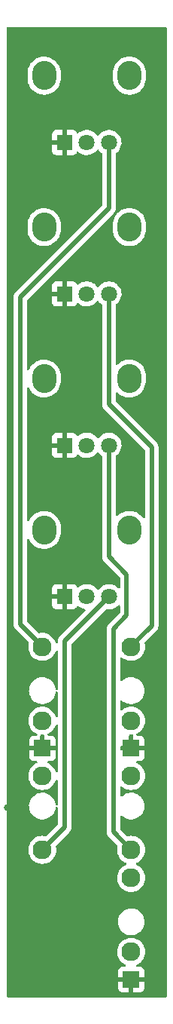
<source format=gbr>
%TF.GenerationSoftware,KiCad,Pcbnew,(6.0.9)*%
%TF.CreationDate,2023-01-29T17:11:57+01:00*%
%TF.ProjectId,witns_mxr,7769746e-735f-46d7-9872-2e6b69636164,rev?*%
%TF.SameCoordinates,Original*%
%TF.FileFunction,Copper,L1,Top*%
%TF.FilePolarity,Positive*%
%FSLAX46Y46*%
G04 Gerber Fmt 4.6, Leading zero omitted, Abs format (unit mm)*
G04 Created by KiCad (PCBNEW (6.0.9)) date 2023-01-29 17:11:57*
%MOMM*%
%LPD*%
G01*
G04 APERTURE LIST*
%TA.AperFunction,ComponentPad*%
%ADD10O,2.720000X3.240000*%
%TD*%
%TA.AperFunction,ComponentPad*%
%ADD11R,1.800000X1.800000*%
%TD*%
%TA.AperFunction,ComponentPad*%
%ADD12C,1.800000*%
%TD*%
%TA.AperFunction,ComponentPad*%
%ADD13R,1.930000X1.830000*%
%TD*%
%TA.AperFunction,ComponentPad*%
%ADD14C,2.130000*%
%TD*%
%TA.AperFunction,ViaPad*%
%ADD15C,0.800000*%
%TD*%
%TA.AperFunction,Conductor*%
%ADD16C,0.500000*%
%TD*%
G04 APERTURE END LIST*
D10*
%TO.P,RV4,*%
%TO.N,*%
X45200000Y-102000000D03*
X54800000Y-102000000D03*
D11*
%TO.P,RV4,1,1*%
%TO.N,GND*%
X47500000Y-109500000D03*
D12*
%TO.P,RV4,2,2*%
%TO.N,Net-(RV4-Pad2)*%
X50000000Y-109500000D03*
%TO.P,RV4,3,3*%
%TO.N,Net-(J104-PadT)*%
X52500000Y-109500000D03*
%TD*%
D10*
%TO.P,RV1,*%
%TO.N,*%
X45200000Y-51000000D03*
X54800000Y-51000000D03*
D11*
%TO.P,RV1,1,1*%
%TO.N,GND*%
X47500000Y-58500000D03*
D12*
%TO.P,RV1,2,2*%
%TO.N,Net-(RV1-Pad2)*%
X50000000Y-58500000D03*
%TO.P,RV1,3,3*%
%TO.N,Net-(J101-PadT)*%
X52500000Y-58500000D03*
%TD*%
D13*
%TO.P,J103,S*%
%TO.N,GND*%
X55000000Y-126520000D03*
D14*
%TO.P,J103,T*%
%TO.N,Net-(J103-PadT)*%
X55000000Y-137920000D03*
%TO.P,J103,TN*%
%TO.N,unconnected-(J103-PadTN)*%
X55000000Y-129620000D03*
%TD*%
D13*
%TO.P,J102,S*%
%TO.N,GND*%
X55000000Y-126520000D03*
D14*
%TO.P,J102,T*%
%TO.N,Net-(J102-PadT)*%
X55000000Y-115120000D03*
%TO.P,J102,TN*%
%TO.N,unconnected-(J102-PadTN)*%
X55000000Y-123420000D03*
%TD*%
D10*
%TO.P,RV2,*%
%TO.N,*%
X54800000Y-68000000D03*
X45200000Y-68000000D03*
D11*
%TO.P,RV2,1,1*%
%TO.N,GND*%
X47500000Y-75500000D03*
D12*
%TO.P,RV2,2,2*%
%TO.N,Net-(RV2-Pad2)*%
X50000000Y-75500000D03*
%TO.P,RV2,3,3*%
%TO.N,Net-(J102-PadT)*%
X52500000Y-75500000D03*
%TD*%
D13*
%TO.P,J104,S*%
%TO.N,GND*%
X45000000Y-126520000D03*
D14*
%TO.P,J104,T*%
%TO.N,Net-(J104-PadT)*%
X45000000Y-137920000D03*
%TO.P,J104,TN*%
%TO.N,unconnected-(J104-PadTN)*%
X45000000Y-129620000D03*
%TD*%
D13*
%TO.P,J101,S*%
%TO.N,GND*%
X45000000Y-126520000D03*
D14*
%TO.P,J101,T*%
%TO.N,Net-(J101-PadT)*%
X45000000Y-115120000D03*
%TO.P,J101,TN*%
%TO.N,unconnected-(J101-PadTN)*%
X45000000Y-123420000D03*
%TD*%
D13*
%TO.P,J105,S*%
%TO.N,GND*%
X55000000Y-152480000D03*
D14*
%TO.P,J105,T*%
%TO.N,Net-(J105-PadT)*%
X55000000Y-141080000D03*
%TO.P,J105,TN*%
%TO.N,unconnected-(J105-PadTN)*%
X55000000Y-149380000D03*
%TD*%
D10*
%TO.P,RV3,*%
%TO.N,*%
X45200000Y-85000000D03*
X54800000Y-85000000D03*
D11*
%TO.P,RV3,1,1*%
%TO.N,GND*%
X47500000Y-92500000D03*
D12*
%TO.P,RV3,2,2*%
%TO.N,Net-(RV3-Pad2)*%
X50000000Y-92500000D03*
%TO.P,RV3,3,3*%
%TO.N,Net-(J103-PadT)*%
X52500000Y-92500000D03*
%TD*%
D15*
%TO.N,GND*%
X46000000Y-147000000D03*
X51000000Y-147500000D03*
X51400000Y-145000000D03*
X41100000Y-133200000D03*
X49000000Y-120900000D03*
X46000000Y-149500000D03*
X46000000Y-144500000D03*
X41400000Y-126200000D03*
X51000000Y-119600000D03*
X48800000Y-115900000D03*
%TD*%
D16*
%TO.N,Net-(J101-PadT)*%
X52500000Y-58500000D02*
X52500000Y-65900000D01*
X42500000Y-75900000D02*
X42500000Y-112580000D01*
X52500000Y-65900000D02*
X42500000Y-75900000D01*
X42500000Y-112580000D02*
X45000000Y-115080000D01*
%TO.N,Net-(J102-PadT)*%
X52500000Y-75500000D02*
X52500000Y-87900000D01*
X57300000Y-92700000D02*
X57300000Y-112780000D01*
X52500000Y-87900000D02*
X57300000Y-92700000D01*
X57300000Y-112780000D02*
X55000000Y-115080000D01*
%TO.N,Net-(J103-PadT)*%
X53000000Y-113100000D02*
X54500000Y-111600000D01*
X54500000Y-111600000D02*
X54500000Y-107000000D01*
X55000000Y-137920000D02*
X53000000Y-135920000D01*
X54500000Y-107000000D02*
X52500000Y-105000000D01*
X52500000Y-105000000D02*
X52500000Y-92500000D01*
X53000000Y-135920000D02*
X53000000Y-113100000D01*
%TO.N,Net-(J104-PadT)*%
X52500000Y-109500000D02*
X47500000Y-114500000D01*
X47500000Y-135420000D02*
X45000000Y-137920000D01*
X47500000Y-114500000D02*
X47500000Y-135420000D01*
%TD*%
%TA.AperFunction,Conductor*%
%TO.N,GND*%
G36*
X58933621Y-45528502D02*
G01*
X58980114Y-45582158D01*
X58991500Y-45634500D01*
X58991500Y-154365500D01*
X58971498Y-154433621D01*
X58917842Y-154480114D01*
X58865500Y-154491500D01*
X41134500Y-154491500D01*
X41066379Y-154471498D01*
X41019886Y-154417842D01*
X41008500Y-154365500D01*
X41008500Y-153439669D01*
X53527001Y-153439669D01*
X53527371Y-153446490D01*
X53532895Y-153497352D01*
X53536521Y-153512604D01*
X53581676Y-153633054D01*
X53590214Y-153648649D01*
X53666715Y-153750724D01*
X53679276Y-153763285D01*
X53781351Y-153839786D01*
X53796946Y-153848324D01*
X53917394Y-153893478D01*
X53932649Y-153897105D01*
X53983514Y-153902631D01*
X53990328Y-153903000D01*
X54727885Y-153903000D01*
X54743124Y-153898525D01*
X54744329Y-153897135D01*
X54746000Y-153889452D01*
X54746000Y-153884884D01*
X55254000Y-153884884D01*
X55258475Y-153900123D01*
X55259865Y-153901328D01*
X55267548Y-153902999D01*
X56009669Y-153902999D01*
X56016490Y-153902629D01*
X56067352Y-153897105D01*
X56082604Y-153893479D01*
X56203054Y-153848324D01*
X56218649Y-153839786D01*
X56320724Y-153763285D01*
X56333285Y-153750724D01*
X56409786Y-153648649D01*
X56418324Y-153633054D01*
X56463478Y-153512606D01*
X56467105Y-153497351D01*
X56472631Y-153446486D01*
X56473000Y-153439672D01*
X56473000Y-152752115D01*
X56468525Y-152736876D01*
X56467135Y-152735671D01*
X56459452Y-152734000D01*
X55272115Y-152734000D01*
X55256876Y-152738475D01*
X55255671Y-152739865D01*
X55254000Y-152747548D01*
X55254000Y-153884884D01*
X54746000Y-153884884D01*
X54746000Y-152752115D01*
X54741525Y-152736876D01*
X54740135Y-152735671D01*
X54732452Y-152734000D01*
X53545116Y-152734000D01*
X53529877Y-152738475D01*
X53528672Y-152739865D01*
X53527001Y-152747548D01*
X53527001Y-153439669D01*
X41008500Y-153439669D01*
X41008500Y-149380000D01*
X53421634Y-149380000D01*
X53441066Y-149626911D01*
X53442220Y-149631718D01*
X53442221Y-149631724D01*
X53478499Y-149782830D01*
X53498885Y-149867742D01*
X53593666Y-150096563D01*
X53723075Y-150307740D01*
X53883927Y-150496073D01*
X54072260Y-150656925D01*
X54283437Y-150786334D01*
X54351656Y-150814591D01*
X54351658Y-150814592D01*
X54406938Y-150859141D01*
X54429359Y-150926504D01*
X54411801Y-150995295D01*
X54359838Y-151043674D01*
X54303439Y-151057001D01*
X53990331Y-151057001D01*
X53983510Y-151057371D01*
X53932648Y-151062895D01*
X53917396Y-151066521D01*
X53796946Y-151111676D01*
X53781351Y-151120214D01*
X53679276Y-151196715D01*
X53666715Y-151209276D01*
X53590214Y-151311351D01*
X53581676Y-151326946D01*
X53536522Y-151447394D01*
X53532895Y-151462649D01*
X53527369Y-151513514D01*
X53527000Y-151520328D01*
X53527000Y-152207885D01*
X53531475Y-152223124D01*
X53532865Y-152224329D01*
X53540548Y-152226000D01*
X56454884Y-152226000D01*
X56470123Y-152221525D01*
X56471328Y-152220135D01*
X56472999Y-152212452D01*
X56472999Y-151520331D01*
X56472629Y-151513510D01*
X56467105Y-151462648D01*
X56463479Y-151447396D01*
X56418324Y-151326946D01*
X56409786Y-151311351D01*
X56333285Y-151209276D01*
X56320724Y-151196715D01*
X56218649Y-151120214D01*
X56203054Y-151111676D01*
X56082606Y-151066522D01*
X56067351Y-151062895D01*
X56016486Y-151057369D01*
X56009672Y-151057000D01*
X55696562Y-151057000D01*
X55628441Y-151036998D01*
X55581948Y-150983342D01*
X55571844Y-150913068D01*
X55601338Y-150848488D01*
X55648343Y-150814592D01*
X55676640Y-150802871D01*
X55711989Y-150788229D01*
X55711993Y-150788227D01*
X55716563Y-150786334D01*
X55927740Y-150656925D01*
X56116073Y-150496073D01*
X56276925Y-150307740D01*
X56406334Y-150096563D01*
X56501115Y-149867742D01*
X56521501Y-149782830D01*
X56557779Y-149631724D01*
X56557780Y-149631718D01*
X56558934Y-149626911D01*
X56578366Y-149380000D01*
X56558934Y-149133089D01*
X56557780Y-149128282D01*
X56557779Y-149128276D01*
X56502270Y-148897070D01*
X56501115Y-148892258D01*
X56406334Y-148663437D01*
X56276925Y-148452260D01*
X56116073Y-148263927D01*
X55927740Y-148103075D01*
X55716563Y-147973666D01*
X55711993Y-147971773D01*
X55711989Y-147971771D01*
X55492315Y-147880779D01*
X55492313Y-147880778D01*
X55487742Y-147878885D01*
X55402830Y-147858499D01*
X55251724Y-147822221D01*
X55251718Y-147822220D01*
X55246911Y-147821066D01*
X55000000Y-147801634D01*
X54753089Y-147821066D01*
X54748282Y-147822220D01*
X54748276Y-147822221D01*
X54597170Y-147858499D01*
X54512258Y-147878885D01*
X54507687Y-147880778D01*
X54507685Y-147880779D01*
X54288011Y-147971771D01*
X54288007Y-147971773D01*
X54283437Y-147973666D01*
X54072260Y-148103075D01*
X53883927Y-148263927D01*
X53723075Y-148452260D01*
X53593666Y-148663437D01*
X53498885Y-148892258D01*
X53497730Y-148897070D01*
X53442221Y-149128276D01*
X53442220Y-149128282D01*
X53441066Y-149133089D01*
X53421634Y-149380000D01*
X41008500Y-149380000D01*
X41008500Y-146000000D01*
X53494859Y-146000000D01*
X53502839Y-146097060D01*
X53514646Y-146240678D01*
X53514647Y-146240684D01*
X53515070Y-146245829D01*
X53575159Y-146485055D01*
X53577217Y-146489788D01*
X53577218Y-146489791D01*
X53592270Y-146524407D01*
X53673514Y-146711256D01*
X53807492Y-146918355D01*
X53810971Y-146922178D01*
X53810973Y-146922181D01*
X53837154Y-146950953D01*
X53973496Y-147100790D01*
X53977547Y-147103989D01*
X53977551Y-147103993D01*
X54163013Y-147250462D01*
X54163017Y-147250464D01*
X54167068Y-147253664D01*
X54171589Y-147256160D01*
X54171591Y-147256161D01*
X54207582Y-147276029D01*
X54383008Y-147372869D01*
X54387877Y-147374593D01*
X54387881Y-147374595D01*
X54610643Y-147453480D01*
X54610647Y-147453481D01*
X54615518Y-147455206D01*
X54620611Y-147456113D01*
X54620614Y-147456114D01*
X54724156Y-147474557D01*
X54858354Y-147498461D01*
X54951217Y-147499596D01*
X55099823Y-147501412D01*
X55099825Y-147501412D01*
X55104993Y-147501475D01*
X55348813Y-147464165D01*
X55583266Y-147387534D01*
X55802054Y-147273640D01*
X55806187Y-147270537D01*
X55806190Y-147270535D01*
X55995168Y-147128647D01*
X55995171Y-147128645D01*
X55999303Y-147125542D01*
X56169714Y-146947216D01*
X56308712Y-146743452D01*
X56412564Y-146519722D01*
X56478481Y-146282035D01*
X56504692Y-146036774D01*
X56498141Y-145923152D01*
X56490791Y-145795694D01*
X56490493Y-145790525D01*
X56489356Y-145785479D01*
X56489355Y-145785473D01*
X56437402Y-145554943D01*
X56436266Y-145549901D01*
X56394045Y-145445921D01*
X56345412Y-145326153D01*
X56345411Y-145326151D01*
X56343468Y-145321366D01*
X56214589Y-145111055D01*
X56053092Y-144924618D01*
X55863313Y-144767061D01*
X55858861Y-144764459D01*
X55858856Y-144764456D01*
X55654808Y-144645220D01*
X55654807Y-144645220D01*
X55650350Y-144642615D01*
X55419921Y-144554623D01*
X55414853Y-144553592D01*
X55414850Y-144553591D01*
X55284608Y-144527093D01*
X55178215Y-144505447D01*
X55173040Y-144505257D01*
X55173038Y-144505257D01*
X54936886Y-144496597D01*
X54936882Y-144496597D01*
X54931722Y-144496408D01*
X54926602Y-144497064D01*
X54926600Y-144497064D01*
X54862646Y-144505257D01*
X54687064Y-144527750D01*
X54682113Y-144529235D01*
X54682110Y-144529236D01*
X54455752Y-144597147D01*
X54450809Y-144598630D01*
X54229303Y-144707144D01*
X54225098Y-144710143D01*
X54225097Y-144710144D01*
X54145302Y-144767061D01*
X54028495Y-144850379D01*
X53853777Y-145024488D01*
X53709842Y-145224795D01*
X53600555Y-145445921D01*
X53599050Y-145450875D01*
X53530355Y-145676974D01*
X53530354Y-145676980D01*
X53528851Y-145681926D01*
X53496656Y-145926474D01*
X53494859Y-146000000D01*
X41008500Y-146000000D01*
X41008500Y-112553349D01*
X41736801Y-112553349D01*
X41737394Y-112560641D01*
X41737394Y-112560644D01*
X41741085Y-112606018D01*
X41741500Y-112616233D01*
X41741500Y-112624293D01*
X41741925Y-112627937D01*
X41744789Y-112652507D01*
X41745222Y-112656882D01*
X41749164Y-112705341D01*
X41751140Y-112729637D01*
X41753396Y-112736601D01*
X41754587Y-112742560D01*
X41755971Y-112748415D01*
X41756818Y-112755681D01*
X41781735Y-112824327D01*
X41783152Y-112828455D01*
X41795352Y-112866113D01*
X41805649Y-112897899D01*
X41809445Y-112904154D01*
X41811951Y-112909628D01*
X41814670Y-112915058D01*
X41817167Y-112921937D01*
X41821180Y-112928057D01*
X41821180Y-112928058D01*
X41857186Y-112982976D01*
X41859523Y-112986680D01*
X41897405Y-113049107D01*
X41901121Y-113053315D01*
X41901122Y-113053316D01*
X41904803Y-113057484D01*
X41904776Y-113057508D01*
X41907429Y-113060500D01*
X41910132Y-113063733D01*
X41914144Y-113069852D01*
X41919456Y-113074884D01*
X41970383Y-113123128D01*
X41972825Y-113125506D01*
X43445250Y-114597931D01*
X43479276Y-114660243D01*
X43478674Y-114716440D01*
X43442221Y-114868276D01*
X43442220Y-114868282D01*
X43441066Y-114873089D01*
X43421634Y-115120000D01*
X43441066Y-115366911D01*
X43442220Y-115371718D01*
X43442221Y-115371724D01*
X43478499Y-115522830D01*
X43498885Y-115607742D01*
X43593666Y-115836563D01*
X43723075Y-116047740D01*
X43883927Y-116236073D01*
X44072260Y-116396925D01*
X44283437Y-116526334D01*
X44288007Y-116528227D01*
X44288011Y-116528229D01*
X44507685Y-116619221D01*
X44512258Y-116621115D01*
X44597170Y-116641501D01*
X44748276Y-116677779D01*
X44748282Y-116677780D01*
X44753089Y-116678934D01*
X45000000Y-116698366D01*
X45246911Y-116678934D01*
X45251718Y-116677780D01*
X45251724Y-116677779D01*
X45402830Y-116641501D01*
X45487742Y-116621115D01*
X45492315Y-116619221D01*
X45711989Y-116528229D01*
X45711993Y-116528227D01*
X45716563Y-116526334D01*
X45927740Y-116396925D01*
X46116073Y-116236073D01*
X46276925Y-116047740D01*
X46406334Y-115836563D01*
X46499091Y-115612628D01*
X46543639Y-115557347D01*
X46611003Y-115534926D01*
X46679794Y-115552484D01*
X46728172Y-115604446D01*
X46741500Y-115660846D01*
X46741500Y-119817694D01*
X46721498Y-119885815D01*
X46667842Y-119932308D01*
X46597568Y-119942412D01*
X46532988Y-119912918D01*
X46494604Y-119853192D01*
X46490778Y-119835473D01*
X46490493Y-119830525D01*
X46489356Y-119825479D01*
X46489355Y-119825473D01*
X46437402Y-119594943D01*
X46436266Y-119589901D01*
X46394045Y-119485921D01*
X46345412Y-119366153D01*
X46345411Y-119366151D01*
X46343468Y-119361366D01*
X46214589Y-119151055D01*
X46053092Y-118964618D01*
X45863313Y-118807061D01*
X45858861Y-118804459D01*
X45858856Y-118804456D01*
X45654808Y-118685220D01*
X45654807Y-118685220D01*
X45650350Y-118682615D01*
X45419921Y-118594623D01*
X45414853Y-118593592D01*
X45414850Y-118593591D01*
X45284608Y-118567093D01*
X45178215Y-118545447D01*
X45173040Y-118545257D01*
X45173038Y-118545257D01*
X44936886Y-118536597D01*
X44936882Y-118536597D01*
X44931722Y-118536408D01*
X44926602Y-118537064D01*
X44926600Y-118537064D01*
X44862646Y-118545257D01*
X44687064Y-118567750D01*
X44682113Y-118569235D01*
X44682110Y-118569236D01*
X44455752Y-118637147D01*
X44450809Y-118638630D01*
X44229303Y-118747144D01*
X44225098Y-118750143D01*
X44225097Y-118750144D01*
X44032698Y-118887381D01*
X44028495Y-118890379D01*
X43853777Y-119064488D01*
X43709842Y-119264795D01*
X43600555Y-119485921D01*
X43599050Y-119490875D01*
X43530355Y-119716974D01*
X43530354Y-119716980D01*
X43528851Y-119721926D01*
X43528176Y-119727055D01*
X43499824Y-119942412D01*
X43496656Y-119966474D01*
X43494859Y-120040000D01*
X43500083Y-120103540D01*
X43514646Y-120280678D01*
X43514647Y-120280684D01*
X43515070Y-120285829D01*
X43575159Y-120525055D01*
X43577217Y-120529788D01*
X43577218Y-120529791D01*
X43592270Y-120564407D01*
X43673514Y-120751256D01*
X43807492Y-120958355D01*
X43810971Y-120962178D01*
X43810973Y-120962181D01*
X43970018Y-121136968D01*
X43973496Y-121140790D01*
X43977547Y-121143989D01*
X43977551Y-121143993D01*
X44163013Y-121290462D01*
X44163017Y-121290464D01*
X44167068Y-121293664D01*
X44171589Y-121296160D01*
X44171591Y-121296161D01*
X44207582Y-121316029D01*
X44383008Y-121412869D01*
X44387877Y-121414593D01*
X44387881Y-121414595D01*
X44610643Y-121493480D01*
X44610647Y-121493481D01*
X44615518Y-121495206D01*
X44620611Y-121496113D01*
X44620614Y-121496114D01*
X44724156Y-121514557D01*
X44858354Y-121538461D01*
X44951217Y-121539596D01*
X45099823Y-121541412D01*
X45099825Y-121541412D01*
X45104993Y-121541475D01*
X45348813Y-121504165D01*
X45583266Y-121427534D01*
X45802054Y-121313640D01*
X45806187Y-121310537D01*
X45806190Y-121310535D01*
X45995168Y-121168647D01*
X45995171Y-121168645D01*
X45999303Y-121165542D01*
X46169714Y-120987216D01*
X46308712Y-120783452D01*
X46412564Y-120559722D01*
X46478481Y-120322035D01*
X46490213Y-120212257D01*
X46517341Y-120146647D01*
X46575634Y-120106119D01*
X46646583Y-120103540D01*
X46707664Y-120139729D01*
X46739484Y-120203196D01*
X46741500Y-120225646D01*
X46741500Y-122879154D01*
X46721498Y-122947275D01*
X46667842Y-122993768D01*
X46597568Y-123003872D01*
X46532988Y-122974378D01*
X46499091Y-122927372D01*
X46408229Y-122708011D01*
X46408227Y-122708007D01*
X46406334Y-122703437D01*
X46276925Y-122492260D01*
X46116073Y-122303927D01*
X45927740Y-122143075D01*
X45716563Y-122013666D01*
X45711993Y-122011773D01*
X45711989Y-122011771D01*
X45492315Y-121920779D01*
X45492313Y-121920778D01*
X45487742Y-121918885D01*
X45402830Y-121898499D01*
X45251724Y-121862221D01*
X45251718Y-121862220D01*
X45246911Y-121861066D01*
X45000000Y-121841634D01*
X44753089Y-121861066D01*
X44748282Y-121862220D01*
X44748276Y-121862221D01*
X44597170Y-121898499D01*
X44512258Y-121918885D01*
X44507687Y-121920778D01*
X44507685Y-121920779D01*
X44288011Y-122011771D01*
X44288007Y-122011773D01*
X44283437Y-122013666D01*
X44072260Y-122143075D01*
X43883927Y-122303927D01*
X43723075Y-122492260D01*
X43593666Y-122703437D01*
X43498885Y-122932258D01*
X43497730Y-122937070D01*
X43442221Y-123168276D01*
X43442220Y-123168282D01*
X43441066Y-123173089D01*
X43421634Y-123420000D01*
X43441066Y-123666911D01*
X43442220Y-123671718D01*
X43442221Y-123671724D01*
X43478499Y-123822830D01*
X43498885Y-123907742D01*
X43593666Y-124136563D01*
X43723075Y-124347740D01*
X43883927Y-124536073D01*
X44072260Y-124696925D01*
X44283437Y-124826334D01*
X44288007Y-124828227D01*
X44288011Y-124828229D01*
X44335094Y-124847731D01*
X44351656Y-124854591D01*
X44351658Y-124854592D01*
X44406939Y-124899140D01*
X44429360Y-124966504D01*
X44411802Y-125035295D01*
X44359840Y-125083673D01*
X44303440Y-125097001D01*
X43990331Y-125097001D01*
X43983510Y-125097371D01*
X43932648Y-125102895D01*
X43917396Y-125106521D01*
X43796946Y-125151676D01*
X43781351Y-125160214D01*
X43679276Y-125236715D01*
X43666715Y-125249276D01*
X43590214Y-125351351D01*
X43581676Y-125366946D01*
X43536522Y-125487394D01*
X43532895Y-125502649D01*
X43527369Y-125553514D01*
X43527000Y-125560328D01*
X43527000Y-126247885D01*
X43531475Y-126263124D01*
X43532865Y-126264329D01*
X43540548Y-126266000D01*
X44727885Y-126266000D01*
X44743124Y-126261525D01*
X44744329Y-126260135D01*
X44746000Y-126252452D01*
X44746000Y-125114682D01*
X44766002Y-125046561D01*
X44819658Y-125000068D01*
X44881885Y-124989070D01*
X45000000Y-124998366D01*
X45118115Y-124989070D01*
X45187594Y-125003666D01*
X45238153Y-125053508D01*
X45254000Y-125114682D01*
X45254000Y-126247885D01*
X45258475Y-126263124D01*
X45259865Y-126264329D01*
X45267548Y-126266000D01*
X46454884Y-126266000D01*
X46470123Y-126261525D01*
X46471328Y-126260135D01*
X46472999Y-126252452D01*
X46472999Y-125560331D01*
X46472629Y-125553510D01*
X46467105Y-125502648D01*
X46463479Y-125487396D01*
X46418324Y-125366946D01*
X46409786Y-125351351D01*
X46333285Y-125249276D01*
X46320724Y-125236715D01*
X46218649Y-125160214D01*
X46203054Y-125151676D01*
X46082606Y-125106522D01*
X46067351Y-125102895D01*
X46016486Y-125097369D01*
X46009672Y-125097000D01*
X45696563Y-125097000D01*
X45628442Y-125076998D01*
X45581949Y-125023342D01*
X45571845Y-124953068D01*
X45601339Y-124888488D01*
X45648345Y-124854591D01*
X45711989Y-124828229D01*
X45711993Y-124828227D01*
X45716563Y-124826334D01*
X45927740Y-124696925D01*
X46116073Y-124536073D01*
X46276925Y-124347740D01*
X46406334Y-124136563D01*
X46499091Y-123912628D01*
X46543639Y-123857347D01*
X46611003Y-123834926D01*
X46679794Y-123852484D01*
X46728172Y-123904446D01*
X46741500Y-123960846D01*
X46741500Y-129079154D01*
X46721498Y-129147275D01*
X46667842Y-129193768D01*
X46597568Y-129203872D01*
X46532988Y-129174378D01*
X46499091Y-129127372D01*
X46408229Y-128908011D01*
X46408227Y-128908007D01*
X46406334Y-128903437D01*
X46276925Y-128692260D01*
X46116073Y-128503927D01*
X45927740Y-128343075D01*
X45716563Y-128213666D01*
X45648342Y-128185408D01*
X45593062Y-128140859D01*
X45570641Y-128073496D01*
X45588199Y-128004705D01*
X45640162Y-127956326D01*
X45696561Y-127942999D01*
X46009669Y-127942999D01*
X46016490Y-127942629D01*
X46067352Y-127937105D01*
X46082604Y-127933479D01*
X46203054Y-127888324D01*
X46218649Y-127879786D01*
X46320724Y-127803285D01*
X46333285Y-127790724D01*
X46409786Y-127688649D01*
X46418324Y-127673054D01*
X46463478Y-127552606D01*
X46467105Y-127537351D01*
X46472631Y-127486486D01*
X46473000Y-127479672D01*
X46473000Y-126792115D01*
X46468525Y-126776876D01*
X46467135Y-126775671D01*
X46459452Y-126774000D01*
X43545116Y-126774000D01*
X43529877Y-126778475D01*
X43528672Y-126779865D01*
X43527001Y-126787548D01*
X43527001Y-127479669D01*
X43527371Y-127486490D01*
X43532895Y-127537352D01*
X43536521Y-127552604D01*
X43581676Y-127673054D01*
X43590214Y-127688649D01*
X43666715Y-127790724D01*
X43679276Y-127803285D01*
X43781351Y-127879786D01*
X43796946Y-127888324D01*
X43917394Y-127933478D01*
X43932649Y-127937105D01*
X43983514Y-127942631D01*
X43990328Y-127943000D01*
X44303438Y-127943000D01*
X44371559Y-127963002D01*
X44418052Y-128016658D01*
X44428156Y-128086932D01*
X44398662Y-128151512D01*
X44351657Y-128185408D01*
X44323360Y-128197129D01*
X44288011Y-128211771D01*
X44288007Y-128211773D01*
X44283437Y-128213666D01*
X44072260Y-128343075D01*
X43883927Y-128503927D01*
X43723075Y-128692260D01*
X43593666Y-128903437D01*
X43498885Y-129132258D01*
X43497730Y-129137070D01*
X43442221Y-129368276D01*
X43442220Y-129368282D01*
X43441066Y-129373089D01*
X43421634Y-129620000D01*
X43441066Y-129866911D01*
X43442220Y-129871718D01*
X43442221Y-129871724D01*
X43478499Y-130022830D01*
X43498885Y-130107742D01*
X43593666Y-130336563D01*
X43723075Y-130547740D01*
X43883927Y-130736073D01*
X44072260Y-130896925D01*
X44283437Y-131026334D01*
X44288007Y-131028227D01*
X44288011Y-131028229D01*
X44507685Y-131119221D01*
X44512258Y-131121115D01*
X44597170Y-131141501D01*
X44748276Y-131177779D01*
X44748282Y-131177780D01*
X44753089Y-131178934D01*
X45000000Y-131198366D01*
X45246911Y-131178934D01*
X45251718Y-131177780D01*
X45251724Y-131177779D01*
X45402830Y-131141501D01*
X45487742Y-131121115D01*
X45492315Y-131119221D01*
X45711989Y-131028229D01*
X45711993Y-131028227D01*
X45716563Y-131026334D01*
X45927740Y-130896925D01*
X46116073Y-130736073D01*
X46276925Y-130547740D01*
X46406334Y-130336563D01*
X46499091Y-130112628D01*
X46543639Y-130057347D01*
X46611003Y-130034926D01*
X46679794Y-130052484D01*
X46728172Y-130104446D01*
X46741500Y-130160846D01*
X46741500Y-132804590D01*
X46721498Y-132872711D01*
X46667842Y-132919204D01*
X46597568Y-132929308D01*
X46532988Y-132899814D01*
X46494604Y-132840088D01*
X46489924Y-132814914D01*
X46485354Y-132759322D01*
X46485353Y-132759316D01*
X46484930Y-132754171D01*
X46424841Y-132514945D01*
X46411934Y-132485261D01*
X46328546Y-132293481D01*
X46328544Y-132293478D01*
X46326486Y-132288744D01*
X46192508Y-132081645D01*
X46166247Y-132052784D01*
X46029982Y-131903032D01*
X46029980Y-131903031D01*
X46026504Y-131899210D01*
X46022453Y-131896011D01*
X46022449Y-131896007D01*
X45836987Y-131749538D01*
X45836983Y-131749536D01*
X45832932Y-131746336D01*
X45796746Y-131726360D01*
X45776113Y-131714970D01*
X45616992Y-131627131D01*
X45612123Y-131625407D01*
X45612119Y-131625405D01*
X45389357Y-131546520D01*
X45389353Y-131546519D01*
X45384482Y-131544794D01*
X45379389Y-131543887D01*
X45379386Y-131543886D01*
X45275844Y-131525443D01*
X45141646Y-131501539D01*
X45048783Y-131500404D01*
X44900177Y-131498588D01*
X44900175Y-131498588D01*
X44895007Y-131498525D01*
X44651187Y-131535835D01*
X44416734Y-131612466D01*
X44197946Y-131726360D01*
X44193813Y-131729463D01*
X44193810Y-131729465D01*
X44004832Y-131871353D01*
X44000697Y-131874458D01*
X43830286Y-132052784D01*
X43691288Y-132256548D01*
X43587436Y-132480278D01*
X43521519Y-132717965D01*
X43495308Y-132963226D01*
X43495605Y-132968378D01*
X43495605Y-132968382D01*
X43507088Y-133167525D01*
X43509507Y-133209475D01*
X43510644Y-133214521D01*
X43510645Y-133214527D01*
X43532825Y-133312945D01*
X43563734Y-133450099D01*
X43565676Y-133454881D01*
X43565677Y-133454885D01*
X43607840Y-133558720D01*
X43656532Y-133678634D01*
X43785411Y-133888945D01*
X43946908Y-134075382D01*
X44136687Y-134232939D01*
X44141139Y-134235541D01*
X44141144Y-134235544D01*
X44345192Y-134354780D01*
X44349650Y-134357385D01*
X44580079Y-134445377D01*
X44585147Y-134446408D01*
X44585150Y-134446409D01*
X44704535Y-134470698D01*
X44821785Y-134494553D01*
X44826960Y-134494743D01*
X44826962Y-134494743D01*
X45063114Y-134503403D01*
X45063118Y-134503403D01*
X45068278Y-134503592D01*
X45073398Y-134502936D01*
X45073400Y-134502936D01*
X45151986Y-134492869D01*
X45312936Y-134472250D01*
X45317887Y-134470765D01*
X45317890Y-134470764D01*
X45544248Y-134402853D01*
X45549191Y-134401370D01*
X45770697Y-134292856D01*
X45851046Y-134235544D01*
X45967302Y-134152619D01*
X45971505Y-134149621D01*
X46002020Y-134119213D01*
X46142562Y-133979160D01*
X46146223Y-133975512D01*
X46290158Y-133775205D01*
X46399445Y-133554079D01*
X46432569Y-133445057D01*
X46469645Y-133323026D01*
X46469646Y-133323020D01*
X46471149Y-133318074D01*
X46490578Y-133170494D01*
X46519300Y-133105567D01*
X46578565Y-133066475D01*
X46649557Y-133065630D01*
X46709736Y-133103300D01*
X46739995Y-133167525D01*
X46741500Y-133186940D01*
X46741500Y-135053629D01*
X46721498Y-135121750D01*
X46704595Y-135142724D01*
X45489813Y-136357506D01*
X45427501Y-136391532D01*
X45371304Y-136390930D01*
X45251724Y-136362221D01*
X45251718Y-136362220D01*
X45246911Y-136361066D01*
X45000000Y-136341634D01*
X44753089Y-136361066D01*
X44748282Y-136362220D01*
X44748276Y-136362221D01*
X44626190Y-136391532D01*
X44512258Y-136418885D01*
X44507687Y-136420778D01*
X44507685Y-136420779D01*
X44288011Y-136511771D01*
X44288007Y-136511773D01*
X44283437Y-136513666D01*
X44072260Y-136643075D01*
X43883927Y-136803927D01*
X43723075Y-136992260D01*
X43593666Y-137203437D01*
X43498885Y-137432258D01*
X43497730Y-137437070D01*
X43442221Y-137668276D01*
X43442220Y-137668282D01*
X43441066Y-137673089D01*
X43421634Y-137920000D01*
X43441066Y-138166911D01*
X43442220Y-138171718D01*
X43442221Y-138171724D01*
X43478499Y-138322830D01*
X43498885Y-138407742D01*
X43593666Y-138636563D01*
X43723075Y-138847740D01*
X43883927Y-139036073D01*
X44072260Y-139196925D01*
X44283437Y-139326334D01*
X44288007Y-139328227D01*
X44288011Y-139328229D01*
X44421667Y-139383591D01*
X44512258Y-139421115D01*
X44597170Y-139441501D01*
X44748276Y-139477779D01*
X44748282Y-139477780D01*
X44753089Y-139478934D01*
X45000000Y-139498366D01*
X45246911Y-139478934D01*
X45251718Y-139477780D01*
X45251724Y-139477779D01*
X45402830Y-139441501D01*
X45487742Y-139421115D01*
X45578333Y-139383591D01*
X45711989Y-139328229D01*
X45711993Y-139328227D01*
X45716563Y-139326334D01*
X45927740Y-139196925D01*
X46116073Y-139036073D01*
X46276925Y-138847740D01*
X46406334Y-138636563D01*
X46501115Y-138407742D01*
X46521501Y-138322830D01*
X46557779Y-138171724D01*
X46557780Y-138171718D01*
X46558934Y-138166911D01*
X46578366Y-137920000D01*
X46558934Y-137673089D01*
X46557780Y-137668282D01*
X46557779Y-137668276D01*
X46529070Y-137548696D01*
X46532617Y-137477788D01*
X46562494Y-137430187D01*
X47988911Y-136003770D01*
X48003323Y-135991384D01*
X48014918Y-135982851D01*
X48014923Y-135982846D01*
X48020818Y-135978508D01*
X48025557Y-135972930D01*
X48025560Y-135972927D01*
X48055035Y-135938232D01*
X48061965Y-135930716D01*
X48067660Y-135925021D01*
X48085281Y-135902749D01*
X48088072Y-135899345D01*
X48130591Y-135849297D01*
X48130592Y-135849295D01*
X48135333Y-135843715D01*
X48138661Y-135837199D01*
X48142028Y-135832150D01*
X48145195Y-135827021D01*
X48149734Y-135821284D01*
X48180655Y-135755125D01*
X48182561Y-135751225D01*
X48215769Y-135686192D01*
X48217508Y-135679084D01*
X48219607Y-135673441D01*
X48221524Y-135667678D01*
X48224622Y-135661050D01*
X48239487Y-135589583D01*
X48240457Y-135585299D01*
X48241653Y-135580412D01*
X48257808Y-135514390D01*
X48258500Y-135503236D01*
X48258536Y-135503238D01*
X48258775Y-135499245D01*
X48259149Y-135495053D01*
X48260640Y-135487885D01*
X48258546Y-135410479D01*
X48258500Y-135407072D01*
X48258500Y-114866371D01*
X48278502Y-114798250D01*
X48295405Y-114777276D01*
X52149040Y-110923641D01*
X52211352Y-110889615D01*
X52263256Y-110889266D01*
X52327585Y-110902354D01*
X52327593Y-110902355D01*
X52332656Y-110903385D01*
X52463324Y-110908176D01*
X52558949Y-110911683D01*
X52558953Y-110911683D01*
X52564113Y-110911872D01*
X52569233Y-110911216D01*
X52569235Y-110911216D01*
X52668668Y-110898478D01*
X52793847Y-110882442D01*
X52798795Y-110880957D01*
X52798802Y-110880956D01*
X53010747Y-110817369D01*
X53015690Y-110815886D01*
X53096236Y-110776427D01*
X53219049Y-110716262D01*
X53219052Y-110716260D01*
X53223684Y-110713991D01*
X53412243Y-110579494D01*
X53526560Y-110465575D01*
X53588932Y-110431659D01*
X53659738Y-110436847D01*
X53716500Y-110479493D01*
X53741194Y-110546056D01*
X53741500Y-110554826D01*
X53741500Y-111233629D01*
X53721498Y-111301750D01*
X53704595Y-111322724D01*
X52511089Y-112516230D01*
X52496677Y-112528616D01*
X52485082Y-112537149D01*
X52485077Y-112537154D01*
X52479182Y-112541492D01*
X52474443Y-112547070D01*
X52474440Y-112547073D01*
X52444965Y-112581768D01*
X52438035Y-112589284D01*
X52432340Y-112594979D01*
X52430060Y-112597861D01*
X52414719Y-112617251D01*
X52411928Y-112620655D01*
X52381151Y-112656882D01*
X52364667Y-112676285D01*
X52361339Y-112682801D01*
X52357972Y-112687850D01*
X52354805Y-112692979D01*
X52350266Y-112698716D01*
X52319345Y-112764875D01*
X52317442Y-112768769D01*
X52284231Y-112833808D01*
X52282492Y-112840916D01*
X52280393Y-112846559D01*
X52278476Y-112852322D01*
X52275378Y-112858950D01*
X52273888Y-112866112D01*
X52273888Y-112866113D01*
X52260514Y-112930412D01*
X52259544Y-112934696D01*
X52242192Y-113005610D01*
X52241500Y-113016764D01*
X52241464Y-113016762D01*
X52241225Y-113020755D01*
X52240851Y-113024947D01*
X52239360Y-113032115D01*
X52239558Y-113039432D01*
X52241454Y-113109521D01*
X52241500Y-113112928D01*
X52241500Y-135852930D01*
X52240067Y-135871880D01*
X52236801Y-135893349D01*
X52237394Y-135900641D01*
X52237394Y-135900644D01*
X52241085Y-135946018D01*
X52241500Y-135956233D01*
X52241500Y-135964293D01*
X52241925Y-135967937D01*
X52244789Y-135992507D01*
X52245222Y-135996882D01*
X52251140Y-136069637D01*
X52253396Y-136076601D01*
X52254587Y-136082560D01*
X52255971Y-136088415D01*
X52256818Y-136095681D01*
X52281735Y-136164327D01*
X52283152Y-136168455D01*
X52305649Y-136237899D01*
X52309445Y-136244154D01*
X52311951Y-136249628D01*
X52314670Y-136255058D01*
X52317167Y-136261937D01*
X52321180Y-136268057D01*
X52321180Y-136268058D01*
X52357186Y-136322976D01*
X52359523Y-136326680D01*
X52397405Y-136389107D01*
X52401121Y-136393315D01*
X52401122Y-136393316D01*
X52404803Y-136397484D01*
X52404776Y-136397508D01*
X52407429Y-136400500D01*
X52410132Y-136403733D01*
X52414144Y-136409852D01*
X52425679Y-136420779D01*
X52470383Y-136463128D01*
X52472825Y-136465506D01*
X53437506Y-137430187D01*
X53471532Y-137492499D01*
X53470930Y-137548696D01*
X53442221Y-137668276D01*
X53442220Y-137668282D01*
X53441066Y-137673089D01*
X53421634Y-137920000D01*
X53441066Y-138166911D01*
X53442220Y-138171718D01*
X53442221Y-138171724D01*
X53478499Y-138322830D01*
X53498885Y-138407742D01*
X53593666Y-138636563D01*
X53723075Y-138847740D01*
X53883927Y-139036073D01*
X54072260Y-139196925D01*
X54283437Y-139326334D01*
X54288007Y-139328227D01*
X54288011Y-139328229D01*
X54421667Y-139383591D01*
X54476948Y-139428140D01*
X54499369Y-139495503D01*
X54481811Y-139564294D01*
X54429849Y-139612672D01*
X54421667Y-139616409D01*
X54288011Y-139671771D01*
X54288007Y-139671773D01*
X54283437Y-139673666D01*
X54072260Y-139803075D01*
X53883927Y-139963927D01*
X53723075Y-140152260D01*
X53593666Y-140363437D01*
X53498885Y-140592258D01*
X53497730Y-140597070D01*
X53442221Y-140828276D01*
X53442220Y-140828282D01*
X53441066Y-140833089D01*
X53421634Y-141080000D01*
X53441066Y-141326911D01*
X53442220Y-141331718D01*
X53442221Y-141331724D01*
X53478499Y-141482830D01*
X53498885Y-141567742D01*
X53593666Y-141796563D01*
X53723075Y-142007740D01*
X53883927Y-142196073D01*
X54072260Y-142356925D01*
X54283437Y-142486334D01*
X54288007Y-142488227D01*
X54288011Y-142488229D01*
X54507685Y-142579221D01*
X54512258Y-142581115D01*
X54597170Y-142601501D01*
X54748276Y-142637779D01*
X54748282Y-142637780D01*
X54753089Y-142638934D01*
X55000000Y-142658366D01*
X55246911Y-142638934D01*
X55251718Y-142637780D01*
X55251724Y-142637779D01*
X55402830Y-142601501D01*
X55487742Y-142581115D01*
X55492315Y-142579221D01*
X55711989Y-142488229D01*
X55711993Y-142488227D01*
X55716563Y-142486334D01*
X55927740Y-142356925D01*
X56116073Y-142196073D01*
X56276925Y-142007740D01*
X56406334Y-141796563D01*
X56501115Y-141567742D01*
X56521501Y-141482830D01*
X56557779Y-141331724D01*
X56557780Y-141331718D01*
X56558934Y-141326911D01*
X56578366Y-141080000D01*
X56558934Y-140833089D01*
X56557780Y-140828282D01*
X56557779Y-140828276D01*
X56502270Y-140597070D01*
X56501115Y-140592258D01*
X56406334Y-140363437D01*
X56276925Y-140152260D01*
X56116073Y-139963927D01*
X55927740Y-139803075D01*
X55716563Y-139673666D01*
X55711993Y-139671773D01*
X55711989Y-139671771D01*
X55578333Y-139616409D01*
X55523052Y-139571860D01*
X55500631Y-139504497D01*
X55518189Y-139435706D01*
X55570151Y-139387328D01*
X55578333Y-139383591D01*
X55711989Y-139328229D01*
X55711993Y-139328227D01*
X55716563Y-139326334D01*
X55927740Y-139196925D01*
X56116073Y-139036073D01*
X56276925Y-138847740D01*
X56406334Y-138636563D01*
X56501115Y-138407742D01*
X56521501Y-138322830D01*
X56557779Y-138171724D01*
X56557780Y-138171718D01*
X56558934Y-138166911D01*
X56578366Y-137920000D01*
X56558934Y-137673089D01*
X56557780Y-137668282D01*
X56557779Y-137668276D01*
X56502270Y-137437070D01*
X56501115Y-137432258D01*
X56406334Y-137203437D01*
X56276925Y-136992260D01*
X56116073Y-136803927D01*
X55927740Y-136643075D01*
X55716563Y-136513666D01*
X55711993Y-136511773D01*
X55711989Y-136511771D01*
X55492315Y-136420779D01*
X55492313Y-136420778D01*
X55487742Y-136418885D01*
X55373810Y-136391532D01*
X55251724Y-136362221D01*
X55251718Y-136362220D01*
X55246911Y-136361066D01*
X55000000Y-136341634D01*
X54753089Y-136361066D01*
X54748282Y-136362220D01*
X54748276Y-136362221D01*
X54628696Y-136390930D01*
X54557788Y-136387383D01*
X54510187Y-136357506D01*
X53795405Y-135642724D01*
X53761379Y-135580412D01*
X53758500Y-135553629D01*
X53758500Y-134187334D01*
X53778502Y-134119213D01*
X53832158Y-134072720D01*
X53902432Y-134062616D01*
X53964984Y-134090389D01*
X54136687Y-134232939D01*
X54141139Y-134235541D01*
X54141144Y-134235544D01*
X54345192Y-134354780D01*
X54349650Y-134357385D01*
X54580079Y-134445377D01*
X54585147Y-134446408D01*
X54585150Y-134446409D01*
X54704535Y-134470698D01*
X54821785Y-134494553D01*
X54826960Y-134494743D01*
X54826962Y-134494743D01*
X55063114Y-134503403D01*
X55063118Y-134503403D01*
X55068278Y-134503592D01*
X55073398Y-134502936D01*
X55073400Y-134502936D01*
X55151986Y-134492869D01*
X55312936Y-134472250D01*
X55317887Y-134470765D01*
X55317890Y-134470764D01*
X55544248Y-134402853D01*
X55549191Y-134401370D01*
X55770697Y-134292856D01*
X55851046Y-134235544D01*
X55967302Y-134152619D01*
X55971505Y-134149621D01*
X56002020Y-134119213D01*
X56142562Y-133979160D01*
X56146223Y-133975512D01*
X56290158Y-133775205D01*
X56399445Y-133554079D01*
X56432569Y-133445057D01*
X56469645Y-133323026D01*
X56469646Y-133323020D01*
X56471149Y-133318074D01*
X56499126Y-133105567D01*
X56502907Y-133076848D01*
X56502907Y-133076842D01*
X56503344Y-133073526D01*
X56505141Y-133000000D01*
X56489924Y-132814914D01*
X56485354Y-132759322D01*
X56485353Y-132759316D01*
X56484930Y-132754171D01*
X56424841Y-132514945D01*
X56411934Y-132485261D01*
X56328546Y-132293481D01*
X56328544Y-132293478D01*
X56326486Y-132288744D01*
X56192508Y-132081645D01*
X56166247Y-132052784D01*
X56029982Y-131903032D01*
X56029980Y-131903031D01*
X56026504Y-131899210D01*
X56022453Y-131896011D01*
X56022449Y-131896007D01*
X55836987Y-131749538D01*
X55836983Y-131749536D01*
X55832932Y-131746336D01*
X55796746Y-131726360D01*
X55776113Y-131714970D01*
X55616992Y-131627131D01*
X55612123Y-131625407D01*
X55612119Y-131625405D01*
X55389357Y-131546520D01*
X55389353Y-131546519D01*
X55384482Y-131544794D01*
X55379389Y-131543887D01*
X55379386Y-131543886D01*
X55275844Y-131525443D01*
X55141646Y-131501539D01*
X55048783Y-131500404D01*
X54900177Y-131498588D01*
X54900175Y-131498588D01*
X54895007Y-131498525D01*
X54651187Y-131535835D01*
X54416734Y-131612466D01*
X54197946Y-131726360D01*
X54193813Y-131729463D01*
X54193810Y-131729465D01*
X54004832Y-131871353D01*
X54000697Y-131874458D01*
X53977044Y-131899210D01*
X53975594Y-131900727D01*
X53914070Y-131936157D01*
X53843158Y-131932700D01*
X53785371Y-131891454D01*
X53759057Y-131825514D01*
X53758500Y-131813676D01*
X53758500Y-130902264D01*
X53778502Y-130834143D01*
X53832158Y-130787650D01*
X53902432Y-130777546D01*
X53966330Y-130806453D01*
X54068494Y-130893710D01*
X54068500Y-130893714D01*
X54072260Y-130896925D01*
X54283437Y-131026334D01*
X54288007Y-131028227D01*
X54288011Y-131028229D01*
X54507685Y-131119221D01*
X54512258Y-131121115D01*
X54597170Y-131141501D01*
X54748276Y-131177779D01*
X54748282Y-131177780D01*
X54753089Y-131178934D01*
X55000000Y-131198366D01*
X55246911Y-131178934D01*
X55251718Y-131177780D01*
X55251724Y-131177779D01*
X55402830Y-131141501D01*
X55487742Y-131121115D01*
X55492315Y-131119221D01*
X55711989Y-131028229D01*
X55711993Y-131028227D01*
X55716563Y-131026334D01*
X55927740Y-130896925D01*
X56116073Y-130736073D01*
X56276925Y-130547740D01*
X56406334Y-130336563D01*
X56501115Y-130107742D01*
X56521501Y-130022830D01*
X56557779Y-129871724D01*
X56557780Y-129871718D01*
X56558934Y-129866911D01*
X56578366Y-129620000D01*
X56558934Y-129373089D01*
X56557780Y-129368282D01*
X56557779Y-129368276D01*
X56502270Y-129137070D01*
X56501115Y-129132258D01*
X56406334Y-128903437D01*
X56276925Y-128692260D01*
X56116073Y-128503927D01*
X55927740Y-128343075D01*
X55716563Y-128213666D01*
X55648342Y-128185408D01*
X55593062Y-128140859D01*
X55570641Y-128073496D01*
X55588199Y-128004705D01*
X55640162Y-127956326D01*
X55696561Y-127942999D01*
X56009669Y-127942999D01*
X56016490Y-127942629D01*
X56067352Y-127937105D01*
X56082604Y-127933479D01*
X56203054Y-127888324D01*
X56218649Y-127879786D01*
X56320724Y-127803285D01*
X56333285Y-127790724D01*
X56409786Y-127688649D01*
X56418324Y-127673054D01*
X56463478Y-127552606D01*
X56467105Y-127537351D01*
X56472631Y-127486486D01*
X56473000Y-127479672D01*
X56473000Y-126792115D01*
X56468525Y-126776876D01*
X56467135Y-126775671D01*
X56459452Y-126774000D01*
X53884500Y-126774000D01*
X53816379Y-126753998D01*
X53769886Y-126700342D01*
X53758500Y-126648000D01*
X53758500Y-126392000D01*
X53778502Y-126323879D01*
X53832158Y-126277386D01*
X53884500Y-126266000D01*
X54727885Y-126266000D01*
X54743124Y-126261525D01*
X54744329Y-126260135D01*
X54746000Y-126252452D01*
X54746000Y-125114682D01*
X54766002Y-125046561D01*
X54819658Y-125000068D01*
X54881885Y-124989070D01*
X55000000Y-124998366D01*
X55118115Y-124989070D01*
X55187594Y-125003666D01*
X55238153Y-125053508D01*
X55254000Y-125114682D01*
X55254000Y-126247885D01*
X55258475Y-126263124D01*
X55259865Y-126264329D01*
X55267548Y-126266000D01*
X56454884Y-126266000D01*
X56470123Y-126261525D01*
X56471328Y-126260135D01*
X56472999Y-126252452D01*
X56472999Y-125560331D01*
X56472629Y-125553510D01*
X56467105Y-125502648D01*
X56463479Y-125487396D01*
X56418324Y-125366946D01*
X56409786Y-125351351D01*
X56333285Y-125249276D01*
X56320724Y-125236715D01*
X56218649Y-125160214D01*
X56203054Y-125151676D01*
X56082606Y-125106522D01*
X56067351Y-125102895D01*
X56016486Y-125097369D01*
X56009672Y-125097000D01*
X55696563Y-125097000D01*
X55628442Y-125076998D01*
X55581949Y-125023342D01*
X55571845Y-124953068D01*
X55601339Y-124888488D01*
X55648345Y-124854591D01*
X55711989Y-124828229D01*
X55711993Y-124828227D01*
X55716563Y-124826334D01*
X55927740Y-124696925D01*
X56116073Y-124536073D01*
X56276925Y-124347740D01*
X56406334Y-124136563D01*
X56501115Y-123907742D01*
X56521501Y-123822830D01*
X56557779Y-123671724D01*
X56557780Y-123671718D01*
X56558934Y-123666911D01*
X56578366Y-123420000D01*
X56558934Y-123173089D01*
X56557780Y-123168282D01*
X56557779Y-123168276D01*
X56502270Y-122937070D01*
X56501115Y-122932258D01*
X56406334Y-122703437D01*
X56276925Y-122492260D01*
X56116073Y-122303927D01*
X55927740Y-122143075D01*
X55716563Y-122013666D01*
X55711993Y-122011773D01*
X55711989Y-122011771D01*
X55492315Y-121920779D01*
X55492313Y-121920778D01*
X55487742Y-121918885D01*
X55402830Y-121898499D01*
X55251724Y-121862221D01*
X55251718Y-121862220D01*
X55246911Y-121861066D01*
X55000000Y-121841634D01*
X54753089Y-121861066D01*
X54748282Y-121862220D01*
X54748276Y-121862221D01*
X54597170Y-121898499D01*
X54512258Y-121918885D01*
X54507687Y-121920778D01*
X54507685Y-121920779D01*
X54288011Y-122011771D01*
X54288007Y-122011773D01*
X54283437Y-122013666D01*
X54072260Y-122143075D01*
X54068506Y-122146282D01*
X54068494Y-122146290D01*
X53966330Y-122233547D01*
X53901541Y-122262578D01*
X53831341Y-122251973D01*
X53778018Y-122205098D01*
X53758500Y-122137736D01*
X53758500Y-121229504D01*
X53778502Y-121161383D01*
X53832158Y-121114890D01*
X53902432Y-121104786D01*
X53970320Y-121137300D01*
X53973496Y-121140790D01*
X53977547Y-121143989D01*
X53977551Y-121143993D01*
X54163013Y-121290462D01*
X54163017Y-121290464D01*
X54167068Y-121293664D01*
X54171589Y-121296160D01*
X54171591Y-121296161D01*
X54207582Y-121316029D01*
X54383008Y-121412869D01*
X54387877Y-121414593D01*
X54387881Y-121414595D01*
X54610643Y-121493480D01*
X54610647Y-121493481D01*
X54615518Y-121495206D01*
X54620611Y-121496113D01*
X54620614Y-121496114D01*
X54724156Y-121514557D01*
X54858354Y-121538461D01*
X54951217Y-121539596D01*
X55099823Y-121541412D01*
X55099825Y-121541412D01*
X55104993Y-121541475D01*
X55348813Y-121504165D01*
X55583266Y-121427534D01*
X55802054Y-121313640D01*
X55806187Y-121310537D01*
X55806190Y-121310535D01*
X55995168Y-121168647D01*
X55995171Y-121168645D01*
X55999303Y-121165542D01*
X56169714Y-120987216D01*
X56308712Y-120783452D01*
X56412564Y-120559722D01*
X56478481Y-120322035D01*
X56504692Y-120076774D01*
X56498141Y-119963152D01*
X56490791Y-119835694D01*
X56490493Y-119830525D01*
X56489356Y-119825479D01*
X56489355Y-119825473D01*
X56437402Y-119594943D01*
X56436266Y-119589901D01*
X56394045Y-119485921D01*
X56345412Y-119366153D01*
X56345411Y-119366151D01*
X56343468Y-119361366D01*
X56214589Y-119151055D01*
X56053092Y-118964618D01*
X55863313Y-118807061D01*
X55858861Y-118804459D01*
X55858856Y-118804456D01*
X55654808Y-118685220D01*
X55654807Y-118685220D01*
X55650350Y-118682615D01*
X55419921Y-118594623D01*
X55414853Y-118593592D01*
X55414850Y-118593591D01*
X55284608Y-118567093D01*
X55178215Y-118545447D01*
X55173040Y-118545257D01*
X55173038Y-118545257D01*
X54936886Y-118536597D01*
X54936882Y-118536597D01*
X54931722Y-118536408D01*
X54926602Y-118537064D01*
X54926600Y-118537064D01*
X54862646Y-118545257D01*
X54687064Y-118567750D01*
X54682113Y-118569235D01*
X54682110Y-118569236D01*
X54455752Y-118637147D01*
X54450809Y-118638630D01*
X54229303Y-118747144D01*
X54225098Y-118750143D01*
X54225097Y-118750144D01*
X54032698Y-118887381D01*
X54028495Y-118890379D01*
X54024838Y-118894024D01*
X54024836Y-118894025D01*
X53973440Y-118945242D01*
X53911068Y-118979158D01*
X53840261Y-118973970D01*
X53783500Y-118931324D01*
X53758806Y-118864760D01*
X53758500Y-118855991D01*
X53758500Y-116402264D01*
X53778502Y-116334143D01*
X53832158Y-116287650D01*
X53902432Y-116277546D01*
X53966330Y-116306453D01*
X54068494Y-116393710D01*
X54068500Y-116393714D01*
X54072260Y-116396925D01*
X54283437Y-116526334D01*
X54288007Y-116528227D01*
X54288011Y-116528229D01*
X54507685Y-116619221D01*
X54512258Y-116621115D01*
X54597170Y-116641501D01*
X54748276Y-116677779D01*
X54748282Y-116677780D01*
X54753089Y-116678934D01*
X55000000Y-116698366D01*
X55246911Y-116678934D01*
X55251718Y-116677780D01*
X55251724Y-116677779D01*
X55402830Y-116641501D01*
X55487742Y-116621115D01*
X55492315Y-116619221D01*
X55711989Y-116528229D01*
X55711993Y-116528227D01*
X55716563Y-116526334D01*
X55927740Y-116396925D01*
X56116073Y-116236073D01*
X56276925Y-116047740D01*
X56406334Y-115836563D01*
X56501115Y-115607742D01*
X56521501Y-115522830D01*
X56557779Y-115371724D01*
X56557780Y-115371718D01*
X56558934Y-115366911D01*
X56578366Y-115120000D01*
X56558934Y-114873089D01*
X56557780Y-114868282D01*
X56557779Y-114868276D01*
X56521326Y-114716440D01*
X56524873Y-114645532D01*
X56554750Y-114597931D01*
X57788911Y-113363770D01*
X57803323Y-113351384D01*
X57814918Y-113342851D01*
X57814923Y-113342846D01*
X57820818Y-113338508D01*
X57825557Y-113332930D01*
X57825560Y-113332927D01*
X57855035Y-113298232D01*
X57861965Y-113290716D01*
X57867660Y-113285021D01*
X57885281Y-113262749D01*
X57888072Y-113259345D01*
X57930591Y-113209297D01*
X57930592Y-113209295D01*
X57935333Y-113203715D01*
X57938661Y-113197199D01*
X57942028Y-113192150D01*
X57945195Y-113187021D01*
X57949734Y-113181284D01*
X57980655Y-113115125D01*
X57982561Y-113111225D01*
X57983431Y-113109521D01*
X58015769Y-113046192D01*
X58017508Y-113039084D01*
X58019607Y-113033441D01*
X58021524Y-113027678D01*
X58024622Y-113021050D01*
X58039487Y-112949583D01*
X58040457Y-112945299D01*
X58044676Y-112928058D01*
X58057808Y-112874390D01*
X58058500Y-112863236D01*
X58058536Y-112863238D01*
X58058775Y-112859245D01*
X58059149Y-112855053D01*
X58060640Y-112847885D01*
X58058546Y-112770479D01*
X58058500Y-112767072D01*
X58058500Y-92767070D01*
X58059933Y-92748120D01*
X58062099Y-92733885D01*
X58062099Y-92733881D01*
X58063199Y-92726651D01*
X58058915Y-92673982D01*
X58058500Y-92663767D01*
X58058500Y-92655707D01*
X58055211Y-92627493D01*
X58054778Y-92623118D01*
X58049454Y-92557661D01*
X58049453Y-92557658D01*
X58048860Y-92550363D01*
X58046604Y-92543399D01*
X58045413Y-92537440D01*
X58044029Y-92531585D01*
X58043182Y-92524319D01*
X58018265Y-92455673D01*
X58016848Y-92451545D01*
X57996607Y-92389064D01*
X57996606Y-92389062D01*
X57994351Y-92382101D01*
X57990555Y-92375846D01*
X57988049Y-92370372D01*
X57985330Y-92364942D01*
X57982833Y-92358063D01*
X57942814Y-92297024D01*
X57940467Y-92293305D01*
X57902595Y-92230893D01*
X57895197Y-92222516D01*
X57895224Y-92222492D01*
X57892571Y-92219500D01*
X57889868Y-92216267D01*
X57885856Y-92210148D01*
X57829617Y-92156872D01*
X57827175Y-92154494D01*
X53295405Y-87622724D01*
X53261379Y-87560412D01*
X53258500Y-87533629D01*
X53258500Y-86665564D01*
X53278502Y-86597443D01*
X53332158Y-86550950D01*
X53402432Y-86540846D01*
X53467012Y-86570340D01*
X53472579Y-86575464D01*
X53587468Y-86687776D01*
X53587473Y-86687780D01*
X53590736Y-86690970D01*
X53809972Y-86850547D01*
X54049947Y-86976804D01*
X54054248Y-86978323D01*
X54054253Y-86978325D01*
X54187087Y-87025233D01*
X54305634Y-87067096D01*
X54403653Y-87086415D01*
X54567206Y-87118652D01*
X54567212Y-87118653D01*
X54571678Y-87119533D01*
X54576232Y-87119760D01*
X54576234Y-87119760D01*
X54837936Y-87132789D01*
X54837942Y-87132789D01*
X54842505Y-87133016D01*
X55112441Y-87107262D01*
X55116870Y-87106178D01*
X55116877Y-87106177D01*
X55276584Y-87067096D01*
X55375832Y-87042810D01*
X55535039Y-86978325D01*
X55622931Y-86942725D01*
X55622932Y-86942725D01*
X55627160Y-86941012D01*
X55861161Y-86803999D01*
X56072932Y-86634641D01*
X56194399Y-86504612D01*
X56254921Y-86439824D01*
X56254923Y-86439821D01*
X56258037Y-86436488D01*
X56412598Y-86213688D01*
X56414627Y-86209610D01*
X56531346Y-85974997D01*
X56531347Y-85974994D01*
X56533379Y-85970910D01*
X56617847Y-85713240D01*
X56664235Y-85446075D01*
X56668500Y-85360400D01*
X56668500Y-84671116D01*
X56666214Y-84639600D01*
X56654205Y-84474100D01*
X56653875Y-84469549D01*
X56652891Y-84465091D01*
X56596400Y-84209223D01*
X56596399Y-84209219D01*
X56595415Y-84204763D01*
X56528859Y-84029090D01*
X56500963Y-83955460D01*
X56500962Y-83955457D01*
X56499345Y-83951190D01*
X56367676Y-83714141D01*
X56203167Y-83498583D01*
X56009264Y-83309030D01*
X55790028Y-83149453D01*
X55550053Y-83023196D01*
X55545752Y-83021677D01*
X55545747Y-83021675D01*
X55367998Y-82958906D01*
X55294366Y-82932904D01*
X55196347Y-82913585D01*
X55032794Y-82881348D01*
X55032788Y-82881347D01*
X55028322Y-82880467D01*
X55023768Y-82880240D01*
X55023766Y-82880240D01*
X54762064Y-82867211D01*
X54762058Y-82867211D01*
X54757495Y-82866984D01*
X54487559Y-82892738D01*
X54483130Y-82893822D01*
X54483123Y-82893823D01*
X54353069Y-82925648D01*
X54224168Y-82957190D01*
X54219933Y-82958905D01*
X54219931Y-82958906D01*
X53977069Y-83057275D01*
X53972840Y-83058988D01*
X53738839Y-83196001D01*
X53527068Y-83365359D01*
X53476573Y-83419413D01*
X53415457Y-83455537D01*
X53344510Y-83452884D01*
X53286259Y-83412296D01*
X53259200Y-83346659D01*
X53258500Y-83333399D01*
X53258500Y-76754052D01*
X53278502Y-76685931D01*
X53311332Y-76651473D01*
X53408039Y-76582493D01*
X53408042Y-76582491D01*
X53412243Y-76579494D01*
X53576303Y-76416005D01*
X53711458Y-76227917D01*
X53726121Y-76198250D01*
X53811784Y-76024922D01*
X53811785Y-76024920D01*
X53814078Y-76020280D01*
X53881408Y-75798671D01*
X53911640Y-75569041D01*
X53911743Y-75564823D01*
X53913245Y-75503365D01*
X53913245Y-75503361D01*
X53913327Y-75500000D01*
X53904479Y-75392383D01*
X53894773Y-75274318D01*
X53894772Y-75274312D01*
X53894349Y-75269167D01*
X53837925Y-75044533D01*
X53745570Y-74832131D01*
X53619764Y-74637665D01*
X53463887Y-74466358D01*
X53459836Y-74463159D01*
X53459832Y-74463155D01*
X53286177Y-74326011D01*
X53286172Y-74326008D01*
X53282123Y-74322810D01*
X53277607Y-74320317D01*
X53277604Y-74320315D01*
X53083879Y-74213373D01*
X53083875Y-74213371D01*
X53079355Y-74210876D01*
X53074486Y-74209152D01*
X53074482Y-74209150D01*
X52865903Y-74135288D01*
X52865899Y-74135287D01*
X52861028Y-74133562D01*
X52855935Y-74132655D01*
X52855932Y-74132654D01*
X52638095Y-74093851D01*
X52638089Y-74093850D01*
X52633006Y-74092945D01*
X52555644Y-74092000D01*
X52406581Y-74090179D01*
X52406579Y-74090179D01*
X52401411Y-74090116D01*
X52172464Y-74125150D01*
X51952314Y-74197106D01*
X51947726Y-74199494D01*
X51947722Y-74199496D01*
X51751461Y-74301663D01*
X51746872Y-74304052D01*
X51742739Y-74307155D01*
X51742736Y-74307157D01*
X51565790Y-74440012D01*
X51561655Y-74443117D01*
X51401639Y-74610564D01*
X51354836Y-74679174D01*
X51299927Y-74724175D01*
X51229402Y-74732346D01*
X51165655Y-74701092D01*
X51144959Y-74676609D01*
X51122577Y-74642013D01*
X51122574Y-74642009D01*
X51119764Y-74637665D01*
X50963887Y-74466358D01*
X50959836Y-74463159D01*
X50959832Y-74463155D01*
X50786177Y-74326011D01*
X50786172Y-74326008D01*
X50782123Y-74322810D01*
X50777607Y-74320317D01*
X50777604Y-74320315D01*
X50583879Y-74213373D01*
X50583875Y-74213371D01*
X50579355Y-74210876D01*
X50574486Y-74209152D01*
X50574482Y-74209150D01*
X50365903Y-74135288D01*
X50365899Y-74135287D01*
X50361028Y-74133562D01*
X50355935Y-74132655D01*
X50355932Y-74132654D01*
X50138095Y-74093851D01*
X50138089Y-74093850D01*
X50133006Y-74092945D01*
X50055644Y-74092000D01*
X49906581Y-74090179D01*
X49906579Y-74090179D01*
X49901411Y-74090116D01*
X49672464Y-74125150D01*
X49452314Y-74197106D01*
X49447726Y-74199494D01*
X49447722Y-74199496D01*
X49251461Y-74301663D01*
X49246872Y-74304052D01*
X49242739Y-74307155D01*
X49242736Y-74307157D01*
X49065790Y-74440012D01*
X49061655Y-74443117D01*
X49061066Y-74442333D01*
X49001346Y-74470484D01*
X48930955Y-74461231D01*
X48876741Y-74415391D01*
X48863925Y-74390224D01*
X48853323Y-74361944D01*
X48844786Y-74346351D01*
X48768285Y-74244276D01*
X48755724Y-74231715D01*
X48653649Y-74155214D01*
X48638054Y-74146676D01*
X48517606Y-74101522D01*
X48502351Y-74097895D01*
X48451486Y-74092369D01*
X48444672Y-74092000D01*
X47772115Y-74092000D01*
X47756876Y-74096475D01*
X47755671Y-74097865D01*
X47754000Y-74105548D01*
X47754000Y-76889884D01*
X47758475Y-76905123D01*
X47759865Y-76906328D01*
X47767548Y-76907999D01*
X48444669Y-76907999D01*
X48451490Y-76907629D01*
X48502352Y-76902105D01*
X48517604Y-76898479D01*
X48638054Y-76853324D01*
X48653649Y-76844786D01*
X48755724Y-76768285D01*
X48768285Y-76755724D01*
X48844786Y-76653649D01*
X48853325Y-76638052D01*
X48865278Y-76606167D01*
X48907919Y-76549402D01*
X48974480Y-76524702D01*
X49043829Y-76539909D01*
X49063741Y-76553448D01*
X49189349Y-76657730D01*
X49389322Y-76774584D01*
X49605694Y-76857209D01*
X49610760Y-76858240D01*
X49610761Y-76858240D01*
X49663846Y-76869040D01*
X49832656Y-76903385D01*
X49963324Y-76908176D01*
X50058949Y-76911683D01*
X50058953Y-76911683D01*
X50064113Y-76911872D01*
X50069233Y-76911216D01*
X50069235Y-76911216D01*
X50168668Y-76898478D01*
X50293847Y-76882442D01*
X50298795Y-76880957D01*
X50298802Y-76880956D01*
X50510747Y-76817369D01*
X50515690Y-76815886D01*
X50596236Y-76776427D01*
X50719049Y-76716262D01*
X50719052Y-76716260D01*
X50723684Y-76713991D01*
X50912243Y-76579494D01*
X51076303Y-76416005D01*
X51145370Y-76319888D01*
X51201365Y-76276240D01*
X51272068Y-76269794D01*
X51335033Y-76302597D01*
X51355128Y-76327584D01*
X51356799Y-76330311D01*
X51356804Y-76330317D01*
X51359501Y-76334719D01*
X51511147Y-76509784D01*
X51688517Y-76657039D01*
X51689349Y-76657730D01*
X51689206Y-76657902D01*
X51732101Y-76711570D01*
X51741500Y-76759321D01*
X51741500Y-87832930D01*
X51740067Y-87851880D01*
X51736801Y-87873349D01*
X51737394Y-87880641D01*
X51737394Y-87880644D01*
X51741085Y-87926018D01*
X51741500Y-87936233D01*
X51741500Y-87944293D01*
X51741925Y-87947937D01*
X51744789Y-87972507D01*
X51745222Y-87976882D01*
X51751140Y-88049637D01*
X51753396Y-88056601D01*
X51754587Y-88062560D01*
X51755971Y-88068415D01*
X51756818Y-88075681D01*
X51781735Y-88144327D01*
X51783152Y-88148455D01*
X51805649Y-88217899D01*
X51809445Y-88224154D01*
X51811951Y-88229628D01*
X51814670Y-88235058D01*
X51817167Y-88241937D01*
X51821180Y-88248057D01*
X51821180Y-88248058D01*
X51857186Y-88302976D01*
X51859523Y-88306680D01*
X51897405Y-88369107D01*
X51901121Y-88373315D01*
X51901122Y-88373316D01*
X51904803Y-88377484D01*
X51904776Y-88377508D01*
X51907429Y-88380500D01*
X51910132Y-88383733D01*
X51914144Y-88389852D01*
X51919456Y-88394884D01*
X51970383Y-88443128D01*
X51972825Y-88445506D01*
X56504595Y-92977276D01*
X56538621Y-93039588D01*
X56541500Y-93066371D01*
X56541500Y-100569119D01*
X56521498Y-100637240D01*
X56467842Y-100683733D01*
X56397568Y-100693837D01*
X56332988Y-100664343D01*
X56315337Y-100645561D01*
X56205939Y-100502215D01*
X56205938Y-100502214D01*
X56203167Y-100498583D01*
X56009264Y-100309030D01*
X55790028Y-100149453D01*
X55550053Y-100023196D01*
X55545752Y-100021677D01*
X55545747Y-100021675D01*
X55367998Y-99958906D01*
X55294366Y-99932904D01*
X55196347Y-99913585D01*
X55032794Y-99881348D01*
X55032788Y-99881347D01*
X55028322Y-99880467D01*
X55023768Y-99880240D01*
X55023766Y-99880240D01*
X54762064Y-99867211D01*
X54762058Y-99867211D01*
X54757495Y-99866984D01*
X54487559Y-99892738D01*
X54483130Y-99893822D01*
X54483123Y-99893823D01*
X54353069Y-99925648D01*
X54224168Y-99957190D01*
X54219933Y-99958905D01*
X54219931Y-99958906D01*
X53977069Y-100057275D01*
X53972840Y-100058988D01*
X53738839Y-100196001D01*
X53527068Y-100365359D01*
X53476573Y-100419413D01*
X53415457Y-100455537D01*
X53344510Y-100452884D01*
X53286259Y-100412296D01*
X53259200Y-100346659D01*
X53258500Y-100333399D01*
X53258500Y-93754052D01*
X53278502Y-93685931D01*
X53311332Y-93651473D01*
X53408039Y-93582493D01*
X53408042Y-93582491D01*
X53412243Y-93579494D01*
X53576303Y-93416005D01*
X53711458Y-93227917D01*
X53804536Y-93039588D01*
X53811784Y-93024922D01*
X53811785Y-93024920D01*
X53814078Y-93020280D01*
X53881408Y-92798671D01*
X53911640Y-92569041D01*
X53911918Y-92557661D01*
X53913245Y-92503365D01*
X53913245Y-92503361D01*
X53913327Y-92500000D01*
X53901658Y-92358063D01*
X53894773Y-92274318D01*
X53894772Y-92274312D01*
X53894349Y-92269167D01*
X53837925Y-92044533D01*
X53745570Y-91832131D01*
X53619764Y-91637665D01*
X53463887Y-91466358D01*
X53459836Y-91463159D01*
X53459832Y-91463155D01*
X53286177Y-91326011D01*
X53286172Y-91326008D01*
X53282123Y-91322810D01*
X53277607Y-91320317D01*
X53277604Y-91320315D01*
X53083879Y-91213373D01*
X53083875Y-91213371D01*
X53079355Y-91210876D01*
X53074486Y-91209152D01*
X53074482Y-91209150D01*
X52865903Y-91135288D01*
X52865899Y-91135287D01*
X52861028Y-91133562D01*
X52855935Y-91132655D01*
X52855932Y-91132654D01*
X52638095Y-91093851D01*
X52638089Y-91093850D01*
X52633006Y-91092945D01*
X52555644Y-91092000D01*
X52406581Y-91090179D01*
X52406579Y-91090179D01*
X52401411Y-91090116D01*
X52172464Y-91125150D01*
X51952314Y-91197106D01*
X51947726Y-91199494D01*
X51947722Y-91199496D01*
X51751461Y-91301663D01*
X51746872Y-91304052D01*
X51742739Y-91307155D01*
X51742736Y-91307157D01*
X51565790Y-91440012D01*
X51561655Y-91443117D01*
X51401639Y-91610564D01*
X51354836Y-91679174D01*
X51299927Y-91724175D01*
X51229402Y-91732346D01*
X51165655Y-91701092D01*
X51144959Y-91676609D01*
X51122577Y-91642013D01*
X51122574Y-91642009D01*
X51119764Y-91637665D01*
X50963887Y-91466358D01*
X50959836Y-91463159D01*
X50959832Y-91463155D01*
X50786177Y-91326011D01*
X50786172Y-91326008D01*
X50782123Y-91322810D01*
X50777607Y-91320317D01*
X50777604Y-91320315D01*
X50583879Y-91213373D01*
X50583875Y-91213371D01*
X50579355Y-91210876D01*
X50574486Y-91209152D01*
X50574482Y-91209150D01*
X50365903Y-91135288D01*
X50365899Y-91135287D01*
X50361028Y-91133562D01*
X50355935Y-91132655D01*
X50355932Y-91132654D01*
X50138095Y-91093851D01*
X50138089Y-91093850D01*
X50133006Y-91092945D01*
X50055644Y-91092000D01*
X49906581Y-91090179D01*
X49906579Y-91090179D01*
X49901411Y-91090116D01*
X49672464Y-91125150D01*
X49452314Y-91197106D01*
X49447726Y-91199494D01*
X49447722Y-91199496D01*
X49251461Y-91301663D01*
X49246872Y-91304052D01*
X49242739Y-91307155D01*
X49242736Y-91307157D01*
X49065790Y-91440012D01*
X49061655Y-91443117D01*
X49061066Y-91442333D01*
X49001346Y-91470484D01*
X48930955Y-91461231D01*
X48876741Y-91415391D01*
X48863925Y-91390224D01*
X48853323Y-91361944D01*
X48844786Y-91346351D01*
X48768285Y-91244276D01*
X48755724Y-91231715D01*
X48653649Y-91155214D01*
X48638054Y-91146676D01*
X48517606Y-91101522D01*
X48502351Y-91097895D01*
X48451486Y-91092369D01*
X48444672Y-91092000D01*
X47772115Y-91092000D01*
X47756876Y-91096475D01*
X47755671Y-91097865D01*
X47754000Y-91105548D01*
X47754000Y-93889884D01*
X47758475Y-93905123D01*
X47759865Y-93906328D01*
X47767548Y-93907999D01*
X48444669Y-93907999D01*
X48451490Y-93907629D01*
X48502352Y-93902105D01*
X48517604Y-93898479D01*
X48638054Y-93853324D01*
X48653649Y-93844786D01*
X48755724Y-93768285D01*
X48768285Y-93755724D01*
X48844786Y-93653649D01*
X48853325Y-93638052D01*
X48865278Y-93606167D01*
X48907919Y-93549402D01*
X48974480Y-93524702D01*
X49043829Y-93539909D01*
X49063741Y-93553448D01*
X49189349Y-93657730D01*
X49389322Y-93774584D01*
X49605694Y-93857209D01*
X49610760Y-93858240D01*
X49610761Y-93858240D01*
X49663846Y-93869040D01*
X49832656Y-93903385D01*
X49963324Y-93908176D01*
X50058949Y-93911683D01*
X50058953Y-93911683D01*
X50064113Y-93911872D01*
X50069233Y-93911216D01*
X50069235Y-93911216D01*
X50168668Y-93898478D01*
X50293847Y-93882442D01*
X50298795Y-93880957D01*
X50298802Y-93880956D01*
X50510747Y-93817369D01*
X50515690Y-93815886D01*
X50596236Y-93776427D01*
X50719049Y-93716262D01*
X50719052Y-93716260D01*
X50723684Y-93713991D01*
X50912243Y-93579494D01*
X51076303Y-93416005D01*
X51145370Y-93319888D01*
X51201365Y-93276240D01*
X51272068Y-93269794D01*
X51335033Y-93302597D01*
X51355128Y-93327584D01*
X51356799Y-93330311D01*
X51356804Y-93330317D01*
X51359501Y-93334719D01*
X51511147Y-93509784D01*
X51688517Y-93657039D01*
X51689349Y-93657730D01*
X51689206Y-93657902D01*
X51732101Y-93711570D01*
X51741500Y-93759321D01*
X51741500Y-104932930D01*
X51740067Y-104951880D01*
X51736801Y-104973349D01*
X51737394Y-104980641D01*
X51737394Y-104980644D01*
X51741085Y-105026018D01*
X51741500Y-105036233D01*
X51741500Y-105044293D01*
X51741925Y-105047937D01*
X51744789Y-105072507D01*
X51745222Y-105076882D01*
X51751140Y-105149637D01*
X51753396Y-105156601D01*
X51754587Y-105162560D01*
X51755971Y-105168415D01*
X51756818Y-105175681D01*
X51781735Y-105244327D01*
X51783152Y-105248455D01*
X51805649Y-105317899D01*
X51809445Y-105324154D01*
X51811951Y-105329628D01*
X51814670Y-105335058D01*
X51817167Y-105341937D01*
X51821180Y-105348057D01*
X51821180Y-105348058D01*
X51857186Y-105402976D01*
X51859523Y-105406680D01*
X51897405Y-105469107D01*
X51901121Y-105473315D01*
X51901122Y-105473316D01*
X51904803Y-105477484D01*
X51904776Y-105477508D01*
X51907429Y-105480500D01*
X51910132Y-105483733D01*
X51914144Y-105489852D01*
X51919456Y-105494884D01*
X51970383Y-105543128D01*
X51972825Y-105545506D01*
X53704595Y-107277276D01*
X53738621Y-107339588D01*
X53741500Y-107366371D01*
X53741500Y-108445761D01*
X53721498Y-108513882D01*
X53667842Y-108560375D01*
X53597568Y-108570479D01*
X53532988Y-108540985D01*
X53522306Y-108530560D01*
X53467365Y-108470180D01*
X53467363Y-108470178D01*
X53463887Y-108466358D01*
X53459836Y-108463159D01*
X53459832Y-108463155D01*
X53286177Y-108326011D01*
X53286172Y-108326008D01*
X53282123Y-108322810D01*
X53277607Y-108320317D01*
X53277604Y-108320315D01*
X53083879Y-108213373D01*
X53083875Y-108213371D01*
X53079355Y-108210876D01*
X53074486Y-108209152D01*
X53074482Y-108209150D01*
X52865903Y-108135288D01*
X52865899Y-108135287D01*
X52861028Y-108133562D01*
X52855935Y-108132655D01*
X52855932Y-108132654D01*
X52638095Y-108093851D01*
X52638089Y-108093850D01*
X52633006Y-108092945D01*
X52555644Y-108092000D01*
X52406581Y-108090179D01*
X52406579Y-108090179D01*
X52401411Y-108090116D01*
X52172464Y-108125150D01*
X51952314Y-108197106D01*
X51947726Y-108199494D01*
X51947722Y-108199496D01*
X51751461Y-108301663D01*
X51746872Y-108304052D01*
X51742739Y-108307155D01*
X51742736Y-108307157D01*
X51565790Y-108440012D01*
X51561655Y-108443117D01*
X51401639Y-108610564D01*
X51354836Y-108679174D01*
X51299927Y-108724175D01*
X51229402Y-108732346D01*
X51165655Y-108701092D01*
X51144959Y-108676609D01*
X51122577Y-108642013D01*
X51122576Y-108642012D01*
X51119764Y-108637665D01*
X50963887Y-108466358D01*
X50959836Y-108463159D01*
X50959832Y-108463155D01*
X50786177Y-108326011D01*
X50786172Y-108326008D01*
X50782123Y-108322810D01*
X50777607Y-108320317D01*
X50777604Y-108320315D01*
X50583879Y-108213373D01*
X50583875Y-108213371D01*
X50579355Y-108210876D01*
X50574486Y-108209152D01*
X50574482Y-108209150D01*
X50365903Y-108135288D01*
X50365899Y-108135287D01*
X50361028Y-108133562D01*
X50355935Y-108132655D01*
X50355932Y-108132654D01*
X50138095Y-108093851D01*
X50138089Y-108093850D01*
X50133006Y-108092945D01*
X50055644Y-108092000D01*
X49906581Y-108090179D01*
X49906579Y-108090179D01*
X49901411Y-108090116D01*
X49672464Y-108125150D01*
X49452314Y-108197106D01*
X49447726Y-108199494D01*
X49447722Y-108199496D01*
X49251461Y-108301663D01*
X49246872Y-108304052D01*
X49242739Y-108307155D01*
X49242736Y-108307157D01*
X49065790Y-108440012D01*
X49061655Y-108443117D01*
X49061066Y-108442333D01*
X49001346Y-108470484D01*
X48930955Y-108461231D01*
X48876741Y-108415391D01*
X48863925Y-108390224D01*
X48853323Y-108361944D01*
X48844786Y-108346351D01*
X48768285Y-108244276D01*
X48755724Y-108231715D01*
X48653649Y-108155214D01*
X48638054Y-108146676D01*
X48517606Y-108101522D01*
X48502351Y-108097895D01*
X48451486Y-108092369D01*
X48444672Y-108092000D01*
X47772115Y-108092000D01*
X47756876Y-108096475D01*
X47755671Y-108097865D01*
X47754000Y-108105548D01*
X47754000Y-110889884D01*
X47758475Y-110905123D01*
X47759865Y-110906328D01*
X47767548Y-110907999D01*
X48444669Y-110907999D01*
X48451490Y-110907629D01*
X48502352Y-110902105D01*
X48517604Y-110898479D01*
X48638054Y-110853324D01*
X48653649Y-110844786D01*
X48755724Y-110768285D01*
X48768285Y-110755724D01*
X48844786Y-110653649D01*
X48853325Y-110638052D01*
X48865278Y-110606167D01*
X48907919Y-110549402D01*
X48974480Y-110524702D01*
X49043829Y-110539909D01*
X49063741Y-110553448D01*
X49189349Y-110657730D01*
X49389322Y-110774584D01*
X49605694Y-110857209D01*
X49610755Y-110858239D01*
X49610770Y-110858243D01*
X49761808Y-110888972D01*
X49824573Y-110922153D01*
X49859435Y-110984001D01*
X49855326Y-111054879D01*
X49825782Y-111101537D01*
X47011089Y-113916230D01*
X46996677Y-113928616D01*
X46985082Y-113937149D01*
X46985077Y-113937154D01*
X46979182Y-113941492D01*
X46974443Y-113947070D01*
X46974440Y-113947073D01*
X46944965Y-113981768D01*
X46938035Y-113989284D01*
X46932340Y-113994979D01*
X46930060Y-113997861D01*
X46914719Y-114017251D01*
X46911928Y-114020655D01*
X46869409Y-114070703D01*
X46864667Y-114076285D01*
X46861339Y-114082801D01*
X46857972Y-114087850D01*
X46854805Y-114092979D01*
X46850266Y-114098716D01*
X46819345Y-114164875D01*
X46817442Y-114168769D01*
X46784231Y-114233808D01*
X46782492Y-114240916D01*
X46780393Y-114246559D01*
X46778476Y-114252322D01*
X46775378Y-114258950D01*
X46773888Y-114266112D01*
X46773888Y-114266113D01*
X46760514Y-114330412D01*
X46759544Y-114334696D01*
X46742192Y-114405610D01*
X46741500Y-114416764D01*
X46741464Y-114416762D01*
X46741225Y-114420755D01*
X46740851Y-114424947D01*
X46739360Y-114432115D01*
X46739558Y-114439432D01*
X46741454Y-114509521D01*
X46741500Y-114512928D01*
X46741500Y-114579154D01*
X46721498Y-114647275D01*
X46667842Y-114693768D01*
X46597568Y-114703872D01*
X46532988Y-114674378D01*
X46499091Y-114627372D01*
X46408229Y-114408011D01*
X46408227Y-114408007D01*
X46406334Y-114403437D01*
X46276925Y-114192260D01*
X46116073Y-114003927D01*
X45927740Y-113843075D01*
X45716563Y-113713666D01*
X45711993Y-113711773D01*
X45711989Y-113711771D01*
X45492315Y-113620779D01*
X45492313Y-113620778D01*
X45487742Y-113618885D01*
X45402830Y-113598499D01*
X45251724Y-113562221D01*
X45251718Y-113562220D01*
X45246911Y-113561066D01*
X45000000Y-113541634D01*
X44753089Y-113561066D01*
X44748280Y-113562220D01*
X44748277Y-113562221D01*
X44660952Y-113583186D01*
X44590044Y-113579639D01*
X44542443Y-113549762D01*
X43295405Y-112302724D01*
X43261379Y-112240412D01*
X43258500Y-112213629D01*
X43258500Y-110444669D01*
X46092001Y-110444669D01*
X46092371Y-110451490D01*
X46097895Y-110502352D01*
X46101521Y-110517604D01*
X46146676Y-110638054D01*
X46155214Y-110653649D01*
X46231715Y-110755724D01*
X46244276Y-110768285D01*
X46346351Y-110844786D01*
X46361946Y-110853324D01*
X46482394Y-110898478D01*
X46497649Y-110902105D01*
X46548514Y-110907631D01*
X46555328Y-110908000D01*
X47227885Y-110908000D01*
X47243124Y-110903525D01*
X47244329Y-110902135D01*
X47246000Y-110894452D01*
X47246000Y-109772115D01*
X47241525Y-109756876D01*
X47240135Y-109755671D01*
X47232452Y-109754000D01*
X46110116Y-109754000D01*
X46094877Y-109758475D01*
X46093672Y-109759865D01*
X46092001Y-109767548D01*
X46092001Y-110444669D01*
X43258500Y-110444669D01*
X43258500Y-109227885D01*
X46092000Y-109227885D01*
X46096475Y-109243124D01*
X46097865Y-109244329D01*
X46105548Y-109246000D01*
X47227885Y-109246000D01*
X47243124Y-109241525D01*
X47244329Y-109240135D01*
X47246000Y-109232452D01*
X47246000Y-108110116D01*
X47241525Y-108094877D01*
X47240135Y-108093672D01*
X47232452Y-108092001D01*
X46555331Y-108092001D01*
X46548510Y-108092371D01*
X46497648Y-108097895D01*
X46482396Y-108101521D01*
X46361946Y-108146676D01*
X46346351Y-108155214D01*
X46244276Y-108231715D01*
X46231715Y-108244276D01*
X46155214Y-108346351D01*
X46146676Y-108361946D01*
X46101522Y-108482394D01*
X46097895Y-108497649D01*
X46092369Y-108548514D01*
X46092000Y-108555328D01*
X46092000Y-109227885D01*
X43258500Y-109227885D01*
X43258500Y-103097053D01*
X43278502Y-103028932D01*
X43332158Y-102982439D01*
X43402432Y-102972335D01*
X43467012Y-103001829D01*
X43498788Y-103044003D01*
X43499037Y-103044540D01*
X43500655Y-103048810D01*
X43632324Y-103285859D01*
X43635096Y-103289491D01*
X43742757Y-103430560D01*
X43796833Y-103501417D01*
X43990736Y-103690970D01*
X44209972Y-103850547D01*
X44449947Y-103976804D01*
X44454248Y-103978323D01*
X44454253Y-103978325D01*
X44587087Y-104025233D01*
X44705634Y-104067096D01*
X44803653Y-104086415D01*
X44967206Y-104118652D01*
X44967212Y-104118653D01*
X44971678Y-104119533D01*
X44976232Y-104119760D01*
X44976234Y-104119760D01*
X45237936Y-104132789D01*
X45237942Y-104132789D01*
X45242505Y-104133016D01*
X45512441Y-104107262D01*
X45516870Y-104106178D01*
X45516877Y-104106177D01*
X45676584Y-104067096D01*
X45775832Y-104042810D01*
X45935039Y-103978325D01*
X46022931Y-103942725D01*
X46022932Y-103942725D01*
X46027160Y-103941012D01*
X46261161Y-103803999D01*
X46472932Y-103634641D01*
X46594399Y-103504612D01*
X46654921Y-103439824D01*
X46654923Y-103439821D01*
X46658037Y-103436488D01*
X46812598Y-103213688D01*
X46814627Y-103209610D01*
X46931346Y-102974997D01*
X46931347Y-102974994D01*
X46933379Y-102970910D01*
X47017847Y-102713240D01*
X47064235Y-102446075D01*
X47068500Y-102360400D01*
X47068500Y-101671116D01*
X47066214Y-101639600D01*
X47054205Y-101474100D01*
X47053875Y-101469549D01*
X47052891Y-101465091D01*
X46996400Y-101209223D01*
X46996399Y-101209219D01*
X46995415Y-101204763D01*
X46928859Y-101029090D01*
X46900963Y-100955460D01*
X46900962Y-100955457D01*
X46899345Y-100951190D01*
X46767676Y-100714141D01*
X46685422Y-100606362D01*
X46605939Y-100502215D01*
X46605938Y-100502214D01*
X46603167Y-100498583D01*
X46409264Y-100309030D01*
X46190028Y-100149453D01*
X45950053Y-100023196D01*
X45945752Y-100021677D01*
X45945747Y-100021675D01*
X45767998Y-99958906D01*
X45694366Y-99932904D01*
X45596347Y-99913585D01*
X45432794Y-99881348D01*
X45432788Y-99881347D01*
X45428322Y-99880467D01*
X45423768Y-99880240D01*
X45423766Y-99880240D01*
X45162064Y-99867211D01*
X45162058Y-99867211D01*
X45157495Y-99866984D01*
X44887559Y-99892738D01*
X44883130Y-99893822D01*
X44883123Y-99893823D01*
X44753069Y-99925648D01*
X44624168Y-99957190D01*
X44619933Y-99958905D01*
X44619931Y-99958906D01*
X44377069Y-100057275D01*
X44372840Y-100058988D01*
X44138839Y-100196001D01*
X43927068Y-100365359D01*
X43923947Y-100368700D01*
X43799224Y-100502215D01*
X43741963Y-100563512D01*
X43587402Y-100786312D01*
X43585374Y-100790388D01*
X43585373Y-100790390D01*
X43497311Y-100967401D01*
X43449060Y-101019482D01*
X43380312Y-101037208D01*
X43312894Y-101014953D01*
X43268210Y-100959782D01*
X43258500Y-100911278D01*
X43258500Y-93444669D01*
X46092001Y-93444669D01*
X46092371Y-93451490D01*
X46097895Y-93502352D01*
X46101521Y-93517604D01*
X46146676Y-93638054D01*
X46155214Y-93653649D01*
X46231715Y-93755724D01*
X46244276Y-93768285D01*
X46346351Y-93844786D01*
X46361946Y-93853324D01*
X46482394Y-93898478D01*
X46497649Y-93902105D01*
X46548514Y-93907631D01*
X46555328Y-93908000D01*
X47227885Y-93908000D01*
X47243124Y-93903525D01*
X47244329Y-93902135D01*
X47246000Y-93894452D01*
X47246000Y-92772115D01*
X47241525Y-92756876D01*
X47240135Y-92755671D01*
X47232452Y-92754000D01*
X46110116Y-92754000D01*
X46094877Y-92758475D01*
X46093672Y-92759865D01*
X46092001Y-92767548D01*
X46092001Y-93444669D01*
X43258500Y-93444669D01*
X43258500Y-92227885D01*
X46092000Y-92227885D01*
X46096475Y-92243124D01*
X46097865Y-92244329D01*
X46105548Y-92246000D01*
X47227885Y-92246000D01*
X47243124Y-92241525D01*
X47244329Y-92240135D01*
X47246000Y-92232452D01*
X47246000Y-91110116D01*
X47241525Y-91094877D01*
X47240135Y-91093672D01*
X47232452Y-91092001D01*
X46555331Y-91092001D01*
X46548510Y-91092371D01*
X46497648Y-91097895D01*
X46482396Y-91101521D01*
X46361946Y-91146676D01*
X46346351Y-91155214D01*
X46244276Y-91231715D01*
X46231715Y-91244276D01*
X46155214Y-91346351D01*
X46146676Y-91361946D01*
X46101522Y-91482394D01*
X46097895Y-91497649D01*
X46092369Y-91548514D01*
X46092000Y-91555328D01*
X46092000Y-92227885D01*
X43258500Y-92227885D01*
X43258500Y-86097053D01*
X43278502Y-86028932D01*
X43332158Y-85982439D01*
X43402432Y-85972335D01*
X43467012Y-86001829D01*
X43498788Y-86044003D01*
X43499037Y-86044540D01*
X43500655Y-86048810D01*
X43632324Y-86285859D01*
X43796833Y-86501417D01*
X43990736Y-86690970D01*
X44209972Y-86850547D01*
X44449947Y-86976804D01*
X44454248Y-86978323D01*
X44454253Y-86978325D01*
X44587087Y-87025233D01*
X44705634Y-87067096D01*
X44803653Y-87086415D01*
X44967206Y-87118652D01*
X44967212Y-87118653D01*
X44971678Y-87119533D01*
X44976232Y-87119760D01*
X44976234Y-87119760D01*
X45237936Y-87132789D01*
X45237942Y-87132789D01*
X45242505Y-87133016D01*
X45512441Y-87107262D01*
X45516870Y-87106178D01*
X45516877Y-87106177D01*
X45676584Y-87067096D01*
X45775832Y-87042810D01*
X45935039Y-86978325D01*
X46022931Y-86942725D01*
X46022932Y-86942725D01*
X46027160Y-86941012D01*
X46261161Y-86803999D01*
X46472932Y-86634641D01*
X46594399Y-86504612D01*
X46654921Y-86439824D01*
X46654923Y-86439821D01*
X46658037Y-86436488D01*
X46812598Y-86213688D01*
X46814627Y-86209610D01*
X46931346Y-85974997D01*
X46931347Y-85974994D01*
X46933379Y-85970910D01*
X47017847Y-85713240D01*
X47064235Y-85446075D01*
X47068500Y-85360400D01*
X47068500Y-84671116D01*
X47066214Y-84639600D01*
X47054205Y-84474100D01*
X47053875Y-84469549D01*
X47052891Y-84465091D01*
X46996400Y-84209223D01*
X46996399Y-84209219D01*
X46995415Y-84204763D01*
X46928859Y-84029090D01*
X46900963Y-83955460D01*
X46900962Y-83955457D01*
X46899345Y-83951190D01*
X46767676Y-83714141D01*
X46603167Y-83498583D01*
X46409264Y-83309030D01*
X46190028Y-83149453D01*
X45950053Y-83023196D01*
X45945752Y-83021677D01*
X45945747Y-83021675D01*
X45767998Y-82958906D01*
X45694366Y-82932904D01*
X45596347Y-82913585D01*
X45432794Y-82881348D01*
X45432788Y-82881347D01*
X45428322Y-82880467D01*
X45423768Y-82880240D01*
X45423766Y-82880240D01*
X45162064Y-82867211D01*
X45162058Y-82867211D01*
X45157495Y-82866984D01*
X44887559Y-82892738D01*
X44883130Y-82893822D01*
X44883123Y-82893823D01*
X44753069Y-82925648D01*
X44624168Y-82957190D01*
X44619933Y-82958905D01*
X44619931Y-82958906D01*
X44377069Y-83057275D01*
X44372840Y-83058988D01*
X44138839Y-83196001D01*
X43927068Y-83365359D01*
X43923947Y-83368700D01*
X43799224Y-83502215D01*
X43741963Y-83563512D01*
X43587402Y-83786312D01*
X43585374Y-83790388D01*
X43585373Y-83790390D01*
X43497311Y-83967401D01*
X43449060Y-84019482D01*
X43380312Y-84037208D01*
X43312894Y-84014953D01*
X43268210Y-83959782D01*
X43258500Y-83911278D01*
X43258500Y-76444669D01*
X46092001Y-76444669D01*
X46092371Y-76451490D01*
X46097895Y-76502352D01*
X46101521Y-76517604D01*
X46146676Y-76638054D01*
X46155214Y-76653649D01*
X46231715Y-76755724D01*
X46244276Y-76768285D01*
X46346351Y-76844786D01*
X46361946Y-76853324D01*
X46482394Y-76898478D01*
X46497649Y-76902105D01*
X46548514Y-76907631D01*
X46555328Y-76908000D01*
X47227885Y-76908000D01*
X47243124Y-76903525D01*
X47244329Y-76902135D01*
X47246000Y-76894452D01*
X47246000Y-75772115D01*
X47241525Y-75756876D01*
X47240135Y-75755671D01*
X47232452Y-75754000D01*
X46110116Y-75754000D01*
X46094877Y-75758475D01*
X46093672Y-75759865D01*
X46092001Y-75767548D01*
X46092001Y-76444669D01*
X43258500Y-76444669D01*
X43258500Y-76266371D01*
X43278502Y-76198250D01*
X43295405Y-76177276D01*
X44244796Y-75227885D01*
X46092000Y-75227885D01*
X46096475Y-75243124D01*
X46097865Y-75244329D01*
X46105548Y-75246000D01*
X47227885Y-75246000D01*
X47243124Y-75241525D01*
X47244329Y-75240135D01*
X47246000Y-75232452D01*
X47246000Y-74110116D01*
X47241525Y-74094877D01*
X47240135Y-74093672D01*
X47232452Y-74092001D01*
X46555331Y-74092001D01*
X46548510Y-74092371D01*
X46497648Y-74097895D01*
X46482396Y-74101521D01*
X46361946Y-74146676D01*
X46346351Y-74155214D01*
X46244276Y-74231715D01*
X46231715Y-74244276D01*
X46155214Y-74346351D01*
X46146676Y-74361946D01*
X46101522Y-74482394D01*
X46097895Y-74497649D01*
X46092369Y-74548514D01*
X46092000Y-74555328D01*
X46092000Y-75227885D01*
X44244796Y-75227885D01*
X51143797Y-68328884D01*
X52931500Y-68328884D01*
X52931665Y-68331152D01*
X52931665Y-68331164D01*
X52939725Y-68442238D01*
X52946125Y-68530451D01*
X52947109Y-68534906D01*
X52947109Y-68534909D01*
X52986482Y-68713240D01*
X53004585Y-68795237D01*
X53100655Y-69048810D01*
X53232324Y-69285859D01*
X53396833Y-69501417D01*
X53590736Y-69690970D01*
X53809972Y-69850547D01*
X54049947Y-69976804D01*
X54054248Y-69978323D01*
X54054253Y-69978325D01*
X54187087Y-70025233D01*
X54305634Y-70067096D01*
X54403653Y-70086415D01*
X54567206Y-70118652D01*
X54567212Y-70118653D01*
X54571678Y-70119533D01*
X54576232Y-70119760D01*
X54576234Y-70119760D01*
X54837936Y-70132789D01*
X54837942Y-70132789D01*
X54842505Y-70133016D01*
X55112441Y-70107262D01*
X55116870Y-70106178D01*
X55116877Y-70106177D01*
X55276584Y-70067096D01*
X55375832Y-70042810D01*
X55535039Y-69978325D01*
X55622931Y-69942725D01*
X55622932Y-69942725D01*
X55627160Y-69941012D01*
X55861161Y-69803999D01*
X56072932Y-69634641D01*
X56194399Y-69504612D01*
X56254921Y-69439824D01*
X56254923Y-69439821D01*
X56258037Y-69436488D01*
X56412598Y-69213688D01*
X56494624Y-69048810D01*
X56531346Y-68974997D01*
X56531347Y-68974994D01*
X56533379Y-68970910D01*
X56617847Y-68713240D01*
X56664235Y-68446075D01*
X56668500Y-68360400D01*
X56668500Y-67671116D01*
X56666328Y-67641170D01*
X56654205Y-67474100D01*
X56653875Y-67469549D01*
X56652891Y-67465091D01*
X56596400Y-67209223D01*
X56596399Y-67209219D01*
X56595415Y-67204763D01*
X56499345Y-66951190D01*
X56367676Y-66714141D01*
X56203167Y-66498583D01*
X56181116Y-66477026D01*
X56082897Y-66381011D01*
X56009264Y-66309030D01*
X55905019Y-66233152D01*
X55793721Y-66152141D01*
X55790028Y-66149453D01*
X55550053Y-66023196D01*
X55545752Y-66021677D01*
X55545747Y-66021675D01*
X55393424Y-65967885D01*
X55294366Y-65932904D01*
X55196347Y-65913585D01*
X55032794Y-65881348D01*
X55032788Y-65881347D01*
X55028322Y-65880467D01*
X55023768Y-65880240D01*
X55023766Y-65880240D01*
X54762064Y-65867211D01*
X54762058Y-65867211D01*
X54757495Y-65866984D01*
X54487559Y-65892738D01*
X54483130Y-65893822D01*
X54483123Y-65893823D01*
X54353069Y-65925648D01*
X54224168Y-65957190D01*
X54219933Y-65958905D01*
X54219931Y-65958906D01*
X53977069Y-66057275D01*
X53972840Y-66058988D01*
X53738839Y-66196001D01*
X53527068Y-66365359D01*
X53523947Y-66368700D01*
X53399224Y-66502215D01*
X53341963Y-66563512D01*
X53187402Y-66786312D01*
X53185374Y-66790388D01*
X53185373Y-66790390D01*
X53103252Y-66955460D01*
X53066621Y-67029090D01*
X52982153Y-67286760D01*
X52935765Y-67553925D01*
X52931500Y-67639600D01*
X52931500Y-68328884D01*
X51143797Y-68328884D01*
X52988911Y-66483770D01*
X53003323Y-66471384D01*
X53014918Y-66462851D01*
X53014923Y-66462846D01*
X53020818Y-66458508D01*
X53025557Y-66452930D01*
X53025560Y-66452927D01*
X53055035Y-66418232D01*
X53061965Y-66410716D01*
X53067661Y-66405020D01*
X53069924Y-66402159D01*
X53069929Y-66402154D01*
X53085285Y-66382744D01*
X53088074Y-66379342D01*
X53130596Y-66329291D01*
X53130597Y-66329290D01*
X53135333Y-66323715D01*
X53138661Y-66317198D01*
X53142027Y-66312150D01*
X53145190Y-66307028D01*
X53149735Y-66301284D01*
X53180664Y-66235105D01*
X53182563Y-66231221D01*
X53215769Y-66166192D01*
X53217510Y-66159077D01*
X53219613Y-66153422D01*
X53221522Y-66147683D01*
X53224622Y-66141050D01*
X53239491Y-66069565D01*
X53240461Y-66065282D01*
X53242001Y-66058988D01*
X53257808Y-65994390D01*
X53258500Y-65983236D01*
X53258535Y-65983238D01*
X53258775Y-65979266D01*
X53259152Y-65975045D01*
X53260641Y-65967885D01*
X53258546Y-65890458D01*
X53258500Y-65887050D01*
X53258500Y-59754052D01*
X53278502Y-59685931D01*
X53311332Y-59651473D01*
X53408039Y-59582493D01*
X53408042Y-59582491D01*
X53412243Y-59579494D01*
X53576303Y-59416005D01*
X53711458Y-59227917D01*
X53814078Y-59020280D01*
X53881408Y-58798671D01*
X53911640Y-58569041D01*
X53913327Y-58500000D01*
X53907032Y-58423434D01*
X53894773Y-58274318D01*
X53894772Y-58274312D01*
X53894349Y-58269167D01*
X53837925Y-58044533D01*
X53745570Y-57832131D01*
X53619764Y-57637665D01*
X53463887Y-57466358D01*
X53459836Y-57463159D01*
X53459832Y-57463155D01*
X53286177Y-57326011D01*
X53286172Y-57326008D01*
X53282123Y-57322810D01*
X53277607Y-57320317D01*
X53277604Y-57320315D01*
X53083879Y-57213373D01*
X53083875Y-57213371D01*
X53079355Y-57210876D01*
X53074486Y-57209152D01*
X53074482Y-57209150D01*
X52865903Y-57135288D01*
X52865899Y-57135287D01*
X52861028Y-57133562D01*
X52855935Y-57132655D01*
X52855932Y-57132654D01*
X52638095Y-57093851D01*
X52638089Y-57093850D01*
X52633006Y-57092945D01*
X52555644Y-57092000D01*
X52406581Y-57090179D01*
X52406579Y-57090179D01*
X52401411Y-57090116D01*
X52172464Y-57125150D01*
X51952314Y-57197106D01*
X51947726Y-57199494D01*
X51947722Y-57199496D01*
X51751461Y-57301663D01*
X51746872Y-57304052D01*
X51742739Y-57307155D01*
X51742736Y-57307157D01*
X51565790Y-57440012D01*
X51561655Y-57443117D01*
X51401639Y-57610564D01*
X51354836Y-57679174D01*
X51299927Y-57724175D01*
X51229402Y-57732346D01*
X51165655Y-57701092D01*
X51144959Y-57676609D01*
X51122577Y-57642013D01*
X51122574Y-57642009D01*
X51119764Y-57637665D01*
X50963887Y-57466358D01*
X50959836Y-57463159D01*
X50959832Y-57463155D01*
X50786177Y-57326011D01*
X50786172Y-57326008D01*
X50782123Y-57322810D01*
X50777607Y-57320317D01*
X50777604Y-57320315D01*
X50583879Y-57213373D01*
X50583875Y-57213371D01*
X50579355Y-57210876D01*
X50574486Y-57209152D01*
X50574482Y-57209150D01*
X50365903Y-57135288D01*
X50365899Y-57135287D01*
X50361028Y-57133562D01*
X50355935Y-57132655D01*
X50355932Y-57132654D01*
X50138095Y-57093851D01*
X50138089Y-57093850D01*
X50133006Y-57092945D01*
X50055644Y-57092000D01*
X49906581Y-57090179D01*
X49906579Y-57090179D01*
X49901411Y-57090116D01*
X49672464Y-57125150D01*
X49452314Y-57197106D01*
X49447726Y-57199494D01*
X49447722Y-57199496D01*
X49251461Y-57301663D01*
X49246872Y-57304052D01*
X49242739Y-57307155D01*
X49242736Y-57307157D01*
X49065790Y-57440012D01*
X49061655Y-57443117D01*
X49061066Y-57442333D01*
X49001346Y-57470484D01*
X48930955Y-57461231D01*
X48876741Y-57415391D01*
X48863925Y-57390224D01*
X48853323Y-57361944D01*
X48844786Y-57346351D01*
X48768285Y-57244276D01*
X48755724Y-57231715D01*
X48653649Y-57155214D01*
X48638054Y-57146676D01*
X48517606Y-57101522D01*
X48502351Y-57097895D01*
X48451486Y-57092369D01*
X48444672Y-57092000D01*
X47772115Y-57092000D01*
X47756876Y-57096475D01*
X47755671Y-57097865D01*
X47754000Y-57105548D01*
X47754000Y-59889884D01*
X47758475Y-59905123D01*
X47759865Y-59906328D01*
X47767548Y-59907999D01*
X48444669Y-59907999D01*
X48451490Y-59907629D01*
X48502352Y-59902105D01*
X48517604Y-59898479D01*
X48638054Y-59853324D01*
X48653649Y-59844786D01*
X48755724Y-59768285D01*
X48768285Y-59755724D01*
X48844786Y-59653649D01*
X48853325Y-59638052D01*
X48865278Y-59606167D01*
X48907919Y-59549402D01*
X48974480Y-59524702D01*
X49043829Y-59539909D01*
X49063741Y-59553448D01*
X49189349Y-59657730D01*
X49389322Y-59774584D01*
X49605694Y-59857209D01*
X49610760Y-59858240D01*
X49610761Y-59858240D01*
X49663846Y-59869040D01*
X49832656Y-59903385D01*
X49963324Y-59908176D01*
X50058949Y-59911683D01*
X50058953Y-59911683D01*
X50064113Y-59911872D01*
X50069233Y-59911216D01*
X50069235Y-59911216D01*
X50168668Y-59898478D01*
X50293847Y-59882442D01*
X50298795Y-59880957D01*
X50298802Y-59880956D01*
X50510747Y-59817369D01*
X50515690Y-59815886D01*
X50596236Y-59776427D01*
X50719049Y-59716262D01*
X50719052Y-59716260D01*
X50723684Y-59713991D01*
X50912243Y-59579494D01*
X51076303Y-59416005D01*
X51145370Y-59319888D01*
X51201365Y-59276240D01*
X51272068Y-59269794D01*
X51335033Y-59302597D01*
X51355128Y-59327584D01*
X51356799Y-59330311D01*
X51356804Y-59330317D01*
X51359501Y-59334719D01*
X51511147Y-59509784D01*
X51688517Y-59657039D01*
X51689349Y-59657730D01*
X51689206Y-59657902D01*
X51732101Y-59711570D01*
X51741500Y-59759321D01*
X51741500Y-65533630D01*
X51721498Y-65601751D01*
X51704595Y-65622725D01*
X42011089Y-75316230D01*
X41996677Y-75328616D01*
X41985082Y-75337149D01*
X41985077Y-75337154D01*
X41979182Y-75341492D01*
X41974443Y-75347070D01*
X41974440Y-75347073D01*
X41944965Y-75381768D01*
X41938035Y-75389284D01*
X41932340Y-75394979D01*
X41930060Y-75397861D01*
X41914719Y-75417251D01*
X41911928Y-75420655D01*
X41873856Y-75465469D01*
X41864667Y-75476285D01*
X41861339Y-75482801D01*
X41857972Y-75487850D01*
X41854805Y-75492979D01*
X41850266Y-75498716D01*
X41819345Y-75564875D01*
X41817442Y-75568769D01*
X41784231Y-75633808D01*
X41782492Y-75640916D01*
X41780393Y-75646559D01*
X41778476Y-75652322D01*
X41775378Y-75658950D01*
X41773888Y-75666112D01*
X41773888Y-75666113D01*
X41760514Y-75730412D01*
X41759544Y-75734696D01*
X41742192Y-75805610D01*
X41741500Y-75816764D01*
X41741464Y-75816762D01*
X41741225Y-75820755D01*
X41740851Y-75824947D01*
X41739360Y-75832115D01*
X41739558Y-75839432D01*
X41741454Y-75909521D01*
X41741500Y-75912928D01*
X41741500Y-112512930D01*
X41740067Y-112531880D01*
X41738605Y-112541492D01*
X41736801Y-112553349D01*
X41008500Y-112553349D01*
X41008500Y-68328884D01*
X43331500Y-68328884D01*
X43331665Y-68331152D01*
X43331665Y-68331164D01*
X43339725Y-68442238D01*
X43346125Y-68530451D01*
X43347109Y-68534906D01*
X43347109Y-68534909D01*
X43386482Y-68713240D01*
X43404585Y-68795237D01*
X43500655Y-69048810D01*
X43632324Y-69285859D01*
X43796833Y-69501417D01*
X43990736Y-69690970D01*
X44209972Y-69850547D01*
X44449947Y-69976804D01*
X44454248Y-69978323D01*
X44454253Y-69978325D01*
X44587087Y-70025233D01*
X44705634Y-70067096D01*
X44803653Y-70086415D01*
X44967206Y-70118652D01*
X44967212Y-70118653D01*
X44971678Y-70119533D01*
X44976232Y-70119760D01*
X44976234Y-70119760D01*
X45237936Y-70132789D01*
X45237942Y-70132789D01*
X45242505Y-70133016D01*
X45512441Y-70107262D01*
X45516870Y-70106178D01*
X45516877Y-70106177D01*
X45676584Y-70067096D01*
X45775832Y-70042810D01*
X45935039Y-69978325D01*
X46022931Y-69942725D01*
X46022932Y-69942725D01*
X46027160Y-69941012D01*
X46261161Y-69803999D01*
X46472932Y-69634641D01*
X46594399Y-69504612D01*
X46654921Y-69439824D01*
X46654923Y-69439821D01*
X46658037Y-69436488D01*
X46812598Y-69213688D01*
X46894624Y-69048810D01*
X46931346Y-68974997D01*
X46931347Y-68974994D01*
X46933379Y-68970910D01*
X47017847Y-68713240D01*
X47064235Y-68446075D01*
X47068500Y-68360400D01*
X47068500Y-67671116D01*
X47066328Y-67641170D01*
X47054205Y-67474100D01*
X47053875Y-67469549D01*
X47052891Y-67465091D01*
X46996400Y-67209223D01*
X46996399Y-67209219D01*
X46995415Y-67204763D01*
X46899345Y-66951190D01*
X46767676Y-66714141D01*
X46603167Y-66498583D01*
X46581116Y-66477026D01*
X46482897Y-66381011D01*
X46409264Y-66309030D01*
X46305019Y-66233152D01*
X46193721Y-66152141D01*
X46190028Y-66149453D01*
X45950053Y-66023196D01*
X45945752Y-66021677D01*
X45945747Y-66021675D01*
X45793424Y-65967885D01*
X45694366Y-65932904D01*
X45596347Y-65913585D01*
X45432794Y-65881348D01*
X45432788Y-65881347D01*
X45428322Y-65880467D01*
X45423768Y-65880240D01*
X45423766Y-65880240D01*
X45162064Y-65867211D01*
X45162058Y-65867211D01*
X45157495Y-65866984D01*
X44887559Y-65892738D01*
X44883130Y-65893822D01*
X44883123Y-65893823D01*
X44753069Y-65925648D01*
X44624168Y-65957190D01*
X44619933Y-65958905D01*
X44619931Y-65958906D01*
X44377069Y-66057275D01*
X44372840Y-66058988D01*
X44138839Y-66196001D01*
X43927068Y-66365359D01*
X43923947Y-66368700D01*
X43799224Y-66502215D01*
X43741963Y-66563512D01*
X43587402Y-66786312D01*
X43585374Y-66790388D01*
X43585373Y-66790390D01*
X43503252Y-66955460D01*
X43466621Y-67029090D01*
X43382153Y-67286760D01*
X43335765Y-67553925D01*
X43331500Y-67639600D01*
X43331500Y-68328884D01*
X41008500Y-68328884D01*
X41008500Y-59444669D01*
X46092001Y-59444669D01*
X46092371Y-59451490D01*
X46097895Y-59502352D01*
X46101521Y-59517604D01*
X46146676Y-59638054D01*
X46155214Y-59653649D01*
X46231715Y-59755724D01*
X46244276Y-59768285D01*
X46346351Y-59844786D01*
X46361946Y-59853324D01*
X46482394Y-59898478D01*
X46497649Y-59902105D01*
X46548514Y-59907631D01*
X46555328Y-59908000D01*
X47227885Y-59908000D01*
X47243124Y-59903525D01*
X47244329Y-59902135D01*
X47246000Y-59894452D01*
X47246000Y-58772115D01*
X47241525Y-58756876D01*
X47240135Y-58755671D01*
X47232452Y-58754000D01*
X46110116Y-58754000D01*
X46094877Y-58758475D01*
X46093672Y-58759865D01*
X46092001Y-58767548D01*
X46092001Y-59444669D01*
X41008500Y-59444669D01*
X41008500Y-58227885D01*
X46092000Y-58227885D01*
X46096475Y-58243124D01*
X46097865Y-58244329D01*
X46105548Y-58246000D01*
X47227885Y-58246000D01*
X47243124Y-58241525D01*
X47244329Y-58240135D01*
X47246000Y-58232452D01*
X47246000Y-57110116D01*
X47241525Y-57094877D01*
X47240135Y-57093672D01*
X47232452Y-57092001D01*
X46555331Y-57092001D01*
X46548510Y-57092371D01*
X46497648Y-57097895D01*
X46482396Y-57101521D01*
X46361946Y-57146676D01*
X46346351Y-57155214D01*
X46244276Y-57231715D01*
X46231715Y-57244276D01*
X46155214Y-57346351D01*
X46146676Y-57361946D01*
X46101522Y-57482394D01*
X46097895Y-57497649D01*
X46092369Y-57548514D01*
X46092000Y-57555328D01*
X46092000Y-58227885D01*
X41008500Y-58227885D01*
X41008500Y-51328884D01*
X43331500Y-51328884D01*
X43331665Y-51331152D01*
X43331665Y-51331164D01*
X43339725Y-51442238D01*
X43346125Y-51530451D01*
X43347109Y-51534906D01*
X43347109Y-51534909D01*
X43386482Y-51713240D01*
X43404585Y-51795237D01*
X43500655Y-52048810D01*
X43632324Y-52285859D01*
X43796833Y-52501417D01*
X43990736Y-52690970D01*
X44209972Y-52850547D01*
X44449947Y-52976804D01*
X44454248Y-52978323D01*
X44454253Y-52978325D01*
X44587087Y-53025233D01*
X44705634Y-53067096D01*
X44803653Y-53086415D01*
X44967206Y-53118652D01*
X44967212Y-53118653D01*
X44971678Y-53119533D01*
X44976232Y-53119760D01*
X44976234Y-53119760D01*
X45237936Y-53132789D01*
X45237942Y-53132789D01*
X45242505Y-53133016D01*
X45512441Y-53107262D01*
X45516870Y-53106178D01*
X45516877Y-53106177D01*
X45676584Y-53067096D01*
X45775832Y-53042810D01*
X45935039Y-52978325D01*
X46022931Y-52942725D01*
X46022932Y-52942725D01*
X46027160Y-52941012D01*
X46261161Y-52803999D01*
X46472932Y-52634641D01*
X46594399Y-52504612D01*
X46654921Y-52439824D01*
X46654923Y-52439821D01*
X46658037Y-52436488D01*
X46812598Y-52213688D01*
X46894624Y-52048810D01*
X46931346Y-51974997D01*
X46931347Y-51974994D01*
X46933379Y-51970910D01*
X47017847Y-51713240D01*
X47064235Y-51446075D01*
X47068500Y-51360400D01*
X47068500Y-51328884D01*
X52931500Y-51328884D01*
X52931665Y-51331152D01*
X52931665Y-51331164D01*
X52939725Y-51442238D01*
X52946125Y-51530451D01*
X52947109Y-51534906D01*
X52947109Y-51534909D01*
X52986482Y-51713240D01*
X53004585Y-51795237D01*
X53100655Y-52048810D01*
X53232324Y-52285859D01*
X53396833Y-52501417D01*
X53590736Y-52690970D01*
X53809972Y-52850547D01*
X54049947Y-52976804D01*
X54054248Y-52978323D01*
X54054253Y-52978325D01*
X54187087Y-53025233D01*
X54305634Y-53067096D01*
X54403653Y-53086415D01*
X54567206Y-53118652D01*
X54567212Y-53118653D01*
X54571678Y-53119533D01*
X54576232Y-53119760D01*
X54576234Y-53119760D01*
X54837936Y-53132789D01*
X54837942Y-53132789D01*
X54842505Y-53133016D01*
X55112441Y-53107262D01*
X55116870Y-53106178D01*
X55116877Y-53106177D01*
X55276584Y-53067096D01*
X55375832Y-53042810D01*
X55535039Y-52978325D01*
X55622931Y-52942725D01*
X55622932Y-52942725D01*
X55627160Y-52941012D01*
X55861161Y-52803999D01*
X56072932Y-52634641D01*
X56194399Y-52504612D01*
X56254921Y-52439824D01*
X56254923Y-52439821D01*
X56258037Y-52436488D01*
X56412598Y-52213688D01*
X56494624Y-52048810D01*
X56531346Y-51974997D01*
X56531347Y-51974994D01*
X56533379Y-51970910D01*
X56617847Y-51713240D01*
X56664235Y-51446075D01*
X56668500Y-51360400D01*
X56668500Y-50671116D01*
X56666328Y-50641170D01*
X56654205Y-50474100D01*
X56653875Y-50469549D01*
X56652891Y-50465091D01*
X56596400Y-50209223D01*
X56596399Y-50209219D01*
X56595415Y-50204763D01*
X56499345Y-49951190D01*
X56367676Y-49714141D01*
X56203167Y-49498583D01*
X56009264Y-49309030D01*
X55790028Y-49149453D01*
X55550053Y-49023196D01*
X55545752Y-49021677D01*
X55545747Y-49021675D01*
X55367998Y-48958906D01*
X55294366Y-48932904D01*
X55196347Y-48913585D01*
X55032794Y-48881348D01*
X55032788Y-48881347D01*
X55028322Y-48880467D01*
X55023768Y-48880240D01*
X55023766Y-48880240D01*
X54762064Y-48867211D01*
X54762058Y-48867211D01*
X54757495Y-48866984D01*
X54487559Y-48892738D01*
X54483130Y-48893822D01*
X54483123Y-48893823D01*
X54353069Y-48925648D01*
X54224168Y-48957190D01*
X54219933Y-48958905D01*
X54219931Y-48958906D01*
X53977069Y-49057275D01*
X53972840Y-49058988D01*
X53738839Y-49196001D01*
X53527068Y-49365359D01*
X53523947Y-49368700D01*
X53399224Y-49502215D01*
X53341963Y-49563512D01*
X53187402Y-49786312D01*
X53185374Y-49790388D01*
X53185373Y-49790390D01*
X53103252Y-49955460D01*
X53066621Y-50029090D01*
X52982153Y-50286760D01*
X52935765Y-50553925D01*
X52931500Y-50639600D01*
X52931500Y-51328884D01*
X47068500Y-51328884D01*
X47068500Y-50671116D01*
X47066328Y-50641170D01*
X47054205Y-50474100D01*
X47053875Y-50469549D01*
X47052891Y-50465091D01*
X46996400Y-50209223D01*
X46996399Y-50209219D01*
X46995415Y-50204763D01*
X46899345Y-49951190D01*
X46767676Y-49714141D01*
X46603167Y-49498583D01*
X46409264Y-49309030D01*
X46190028Y-49149453D01*
X45950053Y-49023196D01*
X45945752Y-49021677D01*
X45945747Y-49021675D01*
X45767998Y-48958906D01*
X45694366Y-48932904D01*
X45596347Y-48913585D01*
X45432794Y-48881348D01*
X45432788Y-48881347D01*
X45428322Y-48880467D01*
X45423768Y-48880240D01*
X45423766Y-48880240D01*
X45162064Y-48867211D01*
X45162058Y-48867211D01*
X45157495Y-48866984D01*
X44887559Y-48892738D01*
X44883130Y-48893822D01*
X44883123Y-48893823D01*
X44753069Y-48925648D01*
X44624168Y-48957190D01*
X44619933Y-48958905D01*
X44619931Y-48958906D01*
X44377069Y-49057275D01*
X44372840Y-49058988D01*
X44138839Y-49196001D01*
X43927068Y-49365359D01*
X43923947Y-49368700D01*
X43799224Y-49502215D01*
X43741963Y-49563512D01*
X43587402Y-49786312D01*
X43585374Y-49790388D01*
X43585373Y-49790390D01*
X43503252Y-49955460D01*
X43466621Y-50029090D01*
X43382153Y-50286760D01*
X43335765Y-50553925D01*
X43331500Y-50639600D01*
X43331500Y-51328884D01*
X41008500Y-51328884D01*
X41008500Y-45634500D01*
X41028502Y-45566379D01*
X41082158Y-45519886D01*
X41134500Y-45508500D01*
X58865500Y-45508500D01*
X58933621Y-45528502D01*
G37*
%TD.AperFunction*%
%TD*%
M02*

</source>
